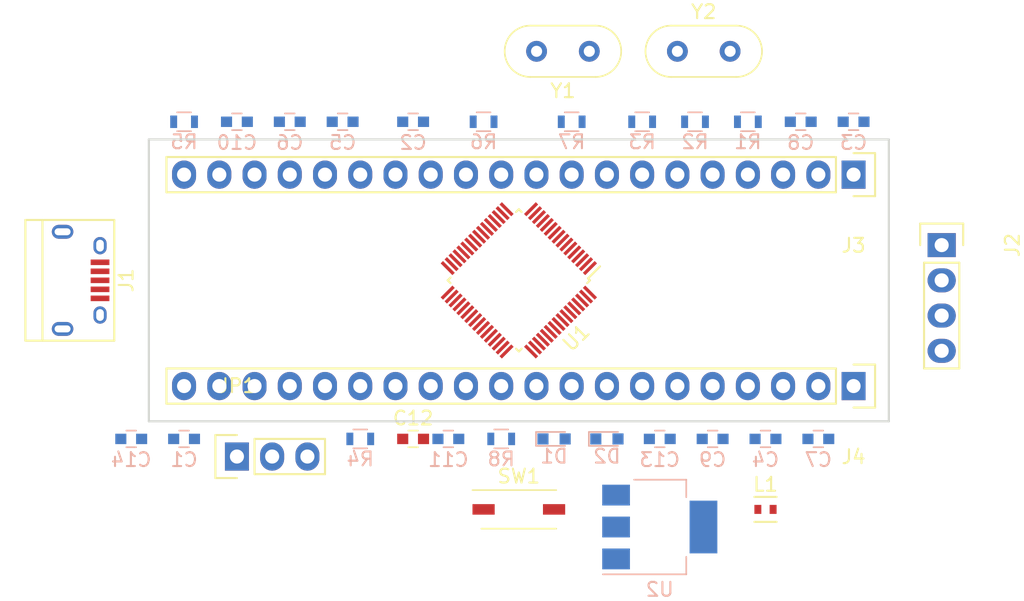
<source format=kicad_pcb>
(kicad_pcb (version 4) (host pcbnew 4.0.7)

  (general
    (links 108)
    (no_connects 108)
    (area 158.75 82.55 213.36 104.14)
    (thickness 1.6)
    (drawings 4)
    (tracks 0)
    (zones 0)
    (modules 35)
    (nets 48)
  )

  (page A4)
  (layers
    (0 F.Cu signal)
    (31 B.Cu signal)
    (32 B.Adhes user)
    (33 F.Adhes user)
    (34 B.Paste user)
    (35 F.Paste user)
    (36 B.SilkS user)
    (37 F.SilkS user)
    (38 B.Mask user)
    (39 F.Mask user)
    (40 Dwgs.User user)
    (41 Cmts.User user)
    (42 Eco1.User user)
    (43 Eco2.User user)
    (44 Edge.Cuts user)
    (45 Margin user)
    (46 B.CrtYd user)
    (47 F.CrtYd user)
    (48 B.Fab user)
    (49 F.Fab user)
  )

  (setup
    (last_trace_width 0.25)
    (trace_clearance 0.2)
    (zone_clearance 0.508)
    (zone_45_only no)
    (trace_min 0.2)
    (segment_width 0.2)
    (edge_width 0.15)
    (via_size 0.6)
    (via_drill 0.4)
    (via_min_size 0.4)
    (via_min_drill 0.3)
    (uvia_size 0.3)
    (uvia_drill 0.1)
    (uvias_allowed no)
    (uvia_min_size 0.2)
    (uvia_min_drill 0.1)
    (pcb_text_width 0.3)
    (pcb_text_size 1.5 1.5)
    (mod_edge_width 0.15)
    (mod_text_size 1 1)
    (mod_text_width 0.15)
    (pad_size 1.524 1.524)
    (pad_drill 0.762)
    (pad_to_mask_clearance 0.2)
    (aux_axis_origin 0 0)
    (visible_elements FFFFFF7F)
    (pcbplotparams
      (layerselection 0x00030_80000001)
      (usegerberextensions false)
      (excludeedgelayer true)
      (linewidth 0.050000)
      (plotframeref false)
      (viasonmask false)
      (mode 1)
      (useauxorigin false)
      (hpglpennumber 1)
      (hpglpenspeed 20)
      (hpglpendiameter 15)
      (hpglpenoverlay 2)
      (psnegative false)
      (psa4output false)
      (plotreference true)
      (plotvalue true)
      (plotinvisibletext false)
      (padsonsilk false)
      (subtractmaskfromsilk false)
      (outputformat 1)
      (mirror false)
      (drillshape 1)
      (scaleselection 1)
      (outputdirectory ""))
  )

  (net 0 "")
  (net 1 GND)
  (net 2 /NRST)
  (net 3 +5V)
  (net 4 /OSCIN)
  (net 5 /OSCOUT)
  (net 6 +3V3)
  (net 7 /PC14)
  (net 8 /PC13)
  (net 9 "Net-(D1-Pad2)")
  (net 10 "Net-(D2-Pad1)")
  (net 11 "Net-(J1-Pad2)")
  (net 12 "Net-(J1-Pad3)")
  (net 13 /VBAT)
  (net 14 /PC15)
  (net 15 /PA0)
  (net 16 /PA1)
  (net 17 /PA2)
  (net 18 /PA3)
  (net 19 /PA4)
  (net 20 /PA5)
  (net 21 /PA6)
  (net 22 /PA7)
  (net 23 /PB0)
  (net 24 /PB1)
  (net 25 /PB10)
  (net 26 /PB9)
  (net 27 /PB8)
  (net 28 /PB7)
  (net 29 /PB6)
  (net 30 /PB5)
  (net 31 /PB4)
  (net 32 /PB3)
  (net 33 /PA15)
  (net 34 /PA12)
  (net 35 /PA11)
  (net 36 /PA10)
  (net 37 /PA9)
  (net 38 /PA8)
  (net 39 /PB15)
  (net 40 /PB14)
  (net 41 /PB13)
  (net 42 /PB12)
  (net 43 "Net-(JP1-Pad1)")
  (net 44 "Net-(JP1-Pad2)")
  (net 45 GNDA)
  (net 46 /BOOT0)
  (net 47 /PB2)

  (net_class Default "This is the default net class."
    (clearance 0.2)
    (trace_width 0.25)
    (via_dia 0.6)
    (via_drill 0.4)
    (uvia_dia 0.3)
    (uvia_drill 0.1)
    (add_net +3V3)
    (add_net +5V)
    (add_net /BOOT0)
    (add_net /NRST)
    (add_net /OSCIN)
    (add_net /OSCOUT)
    (add_net /PA0)
    (add_net /PA1)
    (add_net /PA10)
    (add_net /PA11)
    (add_net /PA12)
    (add_net /PA15)
    (add_net /PA2)
    (add_net /PA3)
    (add_net /PA4)
    (add_net /PA5)
    (add_net /PA6)
    (add_net /PA7)
    (add_net /PA8)
    (add_net /PA9)
    (add_net /PB0)
    (add_net /PB1)
    (add_net /PB10)
    (add_net /PB12)
    (add_net /PB13)
    (add_net /PB14)
    (add_net /PB15)
    (add_net /PB2)
    (add_net /PB3)
    (add_net /PB4)
    (add_net /PB5)
    (add_net /PB6)
    (add_net /PB7)
    (add_net /PB8)
    (add_net /PB9)
    (add_net /PC13)
    (add_net /PC14)
    (add_net /PC15)
    (add_net /VBAT)
    (add_net GND)
    (add_net GNDA)
    (add_net "Net-(D1-Pad2)")
    (add_net "Net-(D2-Pad1)")
    (add_net "Net-(J1-Pad2)")
    (add_net "Net-(J1-Pad3)")
    (add_net "Net-(JP1-Pad1)")
    (add_net "Net-(JP1-Pad2)")
  )

  (module Capacitors_SMD:C_0603 placed (layer B.Cu) (tedit 59958EE7) (tstamp 59CF3711)
    (at 162.56 105.41)
    (descr "Capacitor SMD 0603, reflow soldering, AVX (see smccp.pdf)")
    (tags "capacitor 0603")
    (path /59CDFB3E)
    (attr smd)
    (fp_text reference C1 (at 0 1.5) (layer B.SilkS)
      (effects (font (size 1 1) (thickness 0.15)) (justify mirror))
    )
    (fp_text value 1u (at 0 -1.5) (layer B.Fab)
      (effects (font (size 1 1) (thickness 0.15)) (justify mirror))
    )
    (fp_line (start 1.4 -0.65) (end -1.4 -0.65) (layer B.CrtYd) (width 0.05))
    (fp_line (start 1.4 -0.65) (end 1.4 0.65) (layer B.CrtYd) (width 0.05))
    (fp_line (start -1.4 0.65) (end -1.4 -0.65) (layer B.CrtYd) (width 0.05))
    (fp_line (start -1.4 0.65) (end 1.4 0.65) (layer B.CrtYd) (width 0.05))
    (fp_line (start 0.35 -0.6) (end -0.35 -0.6) (layer B.SilkS) (width 0.12))
    (fp_line (start -0.35 0.6) (end 0.35 0.6) (layer B.SilkS) (width 0.12))
    (fp_line (start -0.8 0.4) (end 0.8 0.4) (layer B.Fab) (width 0.1))
    (fp_line (start 0.8 0.4) (end 0.8 -0.4) (layer B.Fab) (width 0.1))
    (fp_line (start 0.8 -0.4) (end -0.8 -0.4) (layer B.Fab) (width 0.1))
    (fp_line (start -0.8 -0.4) (end -0.8 0.4) (layer B.Fab) (width 0.1))
    (fp_text user %R (at 0 0) (layer B.Fab)
      (effects (font (size 0.3 0.3) (thickness 0.075)) (justify mirror))
    )
    (pad 2 smd rect (at 0.75 0) (size 0.8 0.75) (layers B.Cu B.Paste B.Mask)
      (net 1 GND))
    (pad 1 smd rect (at -0.75 0) (size 0.8 0.75) (layers B.Cu B.Paste B.Mask)
      (net 2 /NRST))
    (model Capacitors_SMD.3dshapes/C_0603.wrl
      (at (xyz 0 0 0))
      (scale (xyz 1 1 1))
      (rotate (xyz 0 0 0))
    )
  )

  (module Capacitors_SMD:C_0603 placed (layer B.Cu) (tedit 59958EE7) (tstamp 59CF3717)
    (at 179.07 82.55)
    (descr "Capacitor SMD 0603, reflow soldering, AVX (see smccp.pdf)")
    (tags "capacitor 0603")
    (path /59CE0DB3)
    (attr smd)
    (fp_text reference C2 (at 0 1.5) (layer B.SilkS)
      (effects (font (size 1 1) (thickness 0.15)) (justify mirror))
    )
    (fp_text value 1u (at 0 -1.5) (layer B.Fab)
      (effects (font (size 1 1) (thickness 0.15)) (justify mirror))
    )
    (fp_line (start 1.4 -0.65) (end -1.4 -0.65) (layer B.CrtYd) (width 0.05))
    (fp_line (start 1.4 -0.65) (end 1.4 0.65) (layer B.CrtYd) (width 0.05))
    (fp_line (start -1.4 0.65) (end -1.4 -0.65) (layer B.CrtYd) (width 0.05))
    (fp_line (start -1.4 0.65) (end 1.4 0.65) (layer B.CrtYd) (width 0.05))
    (fp_line (start 0.35 -0.6) (end -0.35 -0.6) (layer B.SilkS) (width 0.12))
    (fp_line (start -0.35 0.6) (end 0.35 0.6) (layer B.SilkS) (width 0.12))
    (fp_line (start -0.8 0.4) (end 0.8 0.4) (layer B.Fab) (width 0.1))
    (fp_line (start 0.8 0.4) (end 0.8 -0.4) (layer B.Fab) (width 0.1))
    (fp_line (start 0.8 -0.4) (end -0.8 -0.4) (layer B.Fab) (width 0.1))
    (fp_line (start -0.8 -0.4) (end -0.8 0.4) (layer B.Fab) (width 0.1))
    (fp_text user %R (at 0 0) (layer B.Fab)
      (effects (font (size 0.3 0.3) (thickness 0.075)) (justify mirror))
    )
    (pad 2 smd rect (at 0.75 0) (size 0.8 0.75) (layers B.Cu B.Paste B.Mask)
      (net 1 GND))
    (pad 1 smd rect (at -0.75 0) (size 0.8 0.75) (layers B.Cu B.Paste B.Mask)
      (net 3 +5V))
    (model Capacitors_SMD.3dshapes/C_0603.wrl
      (at (xyz 0 0 0))
      (scale (xyz 1 1 1))
      (rotate (xyz 0 0 0))
    )
  )

  (module Capacitors_SMD:C_0603 placed (layer B.Cu) (tedit 59958EE7) (tstamp 59CF371D)
    (at 210.82 82.55)
    (descr "Capacitor SMD 0603, reflow soldering, AVX (see smccp.pdf)")
    (tags "capacitor 0603")
    (path /59CE573A)
    (attr smd)
    (fp_text reference C3 (at 0 1.5) (layer B.SilkS)
      (effects (font (size 1 1) (thickness 0.15)) (justify mirror))
    )
    (fp_text value 20p (at 0 -1.5) (layer B.Fab)
      (effects (font (size 1 1) (thickness 0.15)) (justify mirror))
    )
    (fp_line (start 1.4 -0.65) (end -1.4 -0.65) (layer B.CrtYd) (width 0.05))
    (fp_line (start 1.4 -0.65) (end 1.4 0.65) (layer B.CrtYd) (width 0.05))
    (fp_line (start -1.4 0.65) (end -1.4 -0.65) (layer B.CrtYd) (width 0.05))
    (fp_line (start -1.4 0.65) (end 1.4 0.65) (layer B.CrtYd) (width 0.05))
    (fp_line (start 0.35 -0.6) (end -0.35 -0.6) (layer B.SilkS) (width 0.12))
    (fp_line (start -0.35 0.6) (end 0.35 0.6) (layer B.SilkS) (width 0.12))
    (fp_line (start -0.8 0.4) (end 0.8 0.4) (layer B.Fab) (width 0.1))
    (fp_line (start 0.8 0.4) (end 0.8 -0.4) (layer B.Fab) (width 0.1))
    (fp_line (start 0.8 -0.4) (end -0.8 -0.4) (layer B.Fab) (width 0.1))
    (fp_line (start -0.8 -0.4) (end -0.8 0.4) (layer B.Fab) (width 0.1))
    (fp_text user %R (at 0 0) (layer B.Fab)
      (effects (font (size 0.3 0.3) (thickness 0.075)) (justify mirror))
    )
    (pad 2 smd rect (at 0.75 0) (size 0.8 0.75) (layers B.Cu B.Paste B.Mask)
      (net 1 GND))
    (pad 1 smd rect (at -0.75 0) (size 0.8 0.75) (layers B.Cu B.Paste B.Mask)
      (net 4 /OSCIN))
    (model Capacitors_SMD.3dshapes/C_0603.wrl
      (at (xyz 0 0 0))
      (scale (xyz 1 1 1))
      (rotate (xyz 0 0 0))
    )
  )

  (module Capacitors_SMD:C_0603 placed (layer B.Cu) (tedit 59958EE7) (tstamp 59CF3723)
    (at 204.47 105.41)
    (descr "Capacitor SMD 0603, reflow soldering, AVX (see smccp.pdf)")
    (tags "capacitor 0603")
    (path /59CE57F0)
    (attr smd)
    (fp_text reference C4 (at 0 1.5) (layer B.SilkS)
      (effects (font (size 1 1) (thickness 0.15)) (justify mirror))
    )
    (fp_text value 20p (at 0 -1.5) (layer B.Fab)
      (effects (font (size 1 1) (thickness 0.15)) (justify mirror))
    )
    (fp_line (start 1.4 -0.65) (end -1.4 -0.65) (layer B.CrtYd) (width 0.05))
    (fp_line (start 1.4 -0.65) (end 1.4 0.65) (layer B.CrtYd) (width 0.05))
    (fp_line (start -1.4 0.65) (end -1.4 -0.65) (layer B.CrtYd) (width 0.05))
    (fp_line (start -1.4 0.65) (end 1.4 0.65) (layer B.CrtYd) (width 0.05))
    (fp_line (start 0.35 -0.6) (end -0.35 -0.6) (layer B.SilkS) (width 0.12))
    (fp_line (start -0.35 0.6) (end 0.35 0.6) (layer B.SilkS) (width 0.12))
    (fp_line (start -0.8 0.4) (end 0.8 0.4) (layer B.Fab) (width 0.1))
    (fp_line (start 0.8 0.4) (end 0.8 -0.4) (layer B.Fab) (width 0.1))
    (fp_line (start 0.8 -0.4) (end -0.8 -0.4) (layer B.Fab) (width 0.1))
    (fp_line (start -0.8 -0.4) (end -0.8 0.4) (layer B.Fab) (width 0.1))
    (fp_text user %R (at 0 0) (layer B.Fab)
      (effects (font (size 0.3 0.3) (thickness 0.075)) (justify mirror))
    )
    (pad 2 smd rect (at 0.75 0) (size 0.8 0.75) (layers B.Cu B.Paste B.Mask)
      (net 1 GND))
    (pad 1 smd rect (at -0.75 0) (size 0.8 0.75) (layers B.Cu B.Paste B.Mask)
      (net 5 /OSCOUT))
    (model Capacitors_SMD.3dshapes/C_0603.wrl
      (at (xyz 0 0 0))
      (scale (xyz 1 1 1))
      (rotate (xyz 0 0 0))
    )
  )

  (module Capacitors_SMD:C_0603 placed (layer B.Cu) (tedit 59958EE7) (tstamp 59CF3729)
    (at 173.99 82.55)
    (descr "Capacitor SMD 0603, reflow soldering, AVX (see smccp.pdf)")
    (tags "capacitor 0603")
    (path /59CE0E1D)
    (attr smd)
    (fp_text reference C5 (at 0 1.5) (layer B.SilkS)
      (effects (font (size 1 1) (thickness 0.15)) (justify mirror))
    )
    (fp_text value 100n (at 0 -1.5) (layer B.Fab)
      (effects (font (size 1 1) (thickness 0.15)) (justify mirror))
    )
    (fp_line (start 1.4 -0.65) (end -1.4 -0.65) (layer B.CrtYd) (width 0.05))
    (fp_line (start 1.4 -0.65) (end 1.4 0.65) (layer B.CrtYd) (width 0.05))
    (fp_line (start -1.4 0.65) (end -1.4 -0.65) (layer B.CrtYd) (width 0.05))
    (fp_line (start -1.4 0.65) (end 1.4 0.65) (layer B.CrtYd) (width 0.05))
    (fp_line (start 0.35 -0.6) (end -0.35 -0.6) (layer B.SilkS) (width 0.12))
    (fp_line (start -0.35 0.6) (end 0.35 0.6) (layer B.SilkS) (width 0.12))
    (fp_line (start -0.8 0.4) (end 0.8 0.4) (layer B.Fab) (width 0.1))
    (fp_line (start 0.8 0.4) (end 0.8 -0.4) (layer B.Fab) (width 0.1))
    (fp_line (start 0.8 -0.4) (end -0.8 -0.4) (layer B.Fab) (width 0.1))
    (fp_line (start -0.8 -0.4) (end -0.8 0.4) (layer B.Fab) (width 0.1))
    (fp_text user %R (at 0 0) (layer B.Fab)
      (effects (font (size 0.3 0.3) (thickness 0.075)) (justify mirror))
    )
    (pad 2 smd rect (at 0.75 0) (size 0.8 0.75) (layers B.Cu B.Paste B.Mask)
      (net 1 GND))
    (pad 1 smd rect (at -0.75 0) (size 0.8 0.75) (layers B.Cu B.Paste B.Mask)
      (net 3 +5V))
    (model Capacitors_SMD.3dshapes/C_0603.wrl
      (at (xyz 0 0 0))
      (scale (xyz 1 1 1))
      (rotate (xyz 0 0 0))
    )
  )

  (module Capacitors_SMD:C_0603 placed (layer B.Cu) (tedit 59958EE7) (tstamp 59CF372F)
    (at 170.18 82.55)
    (descr "Capacitor SMD 0603, reflow soldering, AVX (see smccp.pdf)")
    (tags "capacitor 0603")
    (path /59CE0E4E)
    (attr smd)
    (fp_text reference C6 (at 0 1.5) (layer B.SilkS)
      (effects (font (size 1 1) (thickness 0.15)) (justify mirror))
    )
    (fp_text value 22n (at 0 -1.5) (layer B.Fab)
      (effects (font (size 1 1) (thickness 0.15)) (justify mirror))
    )
    (fp_line (start 1.4 -0.65) (end -1.4 -0.65) (layer B.CrtYd) (width 0.05))
    (fp_line (start 1.4 -0.65) (end 1.4 0.65) (layer B.CrtYd) (width 0.05))
    (fp_line (start -1.4 0.65) (end -1.4 -0.65) (layer B.CrtYd) (width 0.05))
    (fp_line (start -1.4 0.65) (end 1.4 0.65) (layer B.CrtYd) (width 0.05))
    (fp_line (start 0.35 -0.6) (end -0.35 -0.6) (layer B.SilkS) (width 0.12))
    (fp_line (start -0.35 0.6) (end 0.35 0.6) (layer B.SilkS) (width 0.12))
    (fp_line (start -0.8 0.4) (end 0.8 0.4) (layer B.Fab) (width 0.1))
    (fp_line (start 0.8 0.4) (end 0.8 -0.4) (layer B.Fab) (width 0.1))
    (fp_line (start 0.8 -0.4) (end -0.8 -0.4) (layer B.Fab) (width 0.1))
    (fp_line (start -0.8 -0.4) (end -0.8 0.4) (layer B.Fab) (width 0.1))
    (fp_text user %R (at 0 0) (layer B.Fab)
      (effects (font (size 0.3 0.3) (thickness 0.075)) (justify mirror))
    )
    (pad 2 smd rect (at 0.75 0) (size 0.8 0.75) (layers B.Cu B.Paste B.Mask)
      (net 1 GND))
    (pad 1 smd rect (at -0.75 0) (size 0.8 0.75) (layers B.Cu B.Paste B.Mask)
      (net 3 +5V))
    (model Capacitors_SMD.3dshapes/C_0603.wrl
      (at (xyz 0 0 0))
      (scale (xyz 1 1 1))
      (rotate (xyz 0 0 0))
    )
  )

  (module Capacitors_SMD:C_0603 placed (layer B.Cu) (tedit 59958EE7) (tstamp 59CF3735)
    (at 208.28 105.41)
    (descr "Capacitor SMD 0603, reflow soldering, AVX (see smccp.pdf)")
    (tags "capacitor 0603")
    (path /59CE107E)
    (attr smd)
    (fp_text reference C7 (at 0 1.5) (layer B.SilkS)
      (effects (font (size 1 1) (thickness 0.15)) (justify mirror))
    )
    (fp_text value 10u (at 0 -1.5) (layer B.Fab)
      (effects (font (size 1 1) (thickness 0.15)) (justify mirror))
    )
    (fp_line (start 1.4 -0.65) (end -1.4 -0.65) (layer B.CrtYd) (width 0.05))
    (fp_line (start 1.4 -0.65) (end 1.4 0.65) (layer B.CrtYd) (width 0.05))
    (fp_line (start -1.4 0.65) (end -1.4 -0.65) (layer B.CrtYd) (width 0.05))
    (fp_line (start -1.4 0.65) (end 1.4 0.65) (layer B.CrtYd) (width 0.05))
    (fp_line (start 0.35 -0.6) (end -0.35 -0.6) (layer B.SilkS) (width 0.12))
    (fp_line (start -0.35 0.6) (end 0.35 0.6) (layer B.SilkS) (width 0.12))
    (fp_line (start -0.8 0.4) (end 0.8 0.4) (layer B.Fab) (width 0.1))
    (fp_line (start 0.8 0.4) (end 0.8 -0.4) (layer B.Fab) (width 0.1))
    (fp_line (start 0.8 -0.4) (end -0.8 -0.4) (layer B.Fab) (width 0.1))
    (fp_line (start -0.8 -0.4) (end -0.8 0.4) (layer B.Fab) (width 0.1))
    (fp_text user %R (at 0 0) (layer B.Fab)
      (effects (font (size 0.3 0.3) (thickness 0.075)) (justify mirror))
    )
    (pad 2 smd rect (at 0.75 0) (size 0.8 0.75) (layers B.Cu B.Paste B.Mask)
      (net 1 GND))
    (pad 1 smd rect (at -0.75 0) (size 0.8 0.75) (layers B.Cu B.Paste B.Mask)
      (net 6 +3V3))
    (model Capacitors_SMD.3dshapes/C_0603.wrl
      (at (xyz 0 0 0))
      (scale (xyz 1 1 1))
      (rotate (xyz 0 0 0))
    )
  )

  (module Capacitors_SMD:C_0603 placed (layer B.Cu) (tedit 59958EE7) (tstamp 59CF373B)
    (at 207.01 82.55)
    (descr "Capacitor SMD 0603, reflow soldering, AVX (see smccp.pdf)")
    (tags "capacitor 0603")
    (path /59CE10E3)
    (attr smd)
    (fp_text reference C8 (at 0 1.5) (layer B.SilkS)
      (effects (font (size 1 1) (thickness 0.15)) (justify mirror))
    )
    (fp_text value 100n (at 0 -1.5) (layer B.Fab)
      (effects (font (size 1 1) (thickness 0.15)) (justify mirror))
    )
    (fp_line (start 1.4 -0.65) (end -1.4 -0.65) (layer B.CrtYd) (width 0.05))
    (fp_line (start 1.4 -0.65) (end 1.4 0.65) (layer B.CrtYd) (width 0.05))
    (fp_line (start -1.4 0.65) (end -1.4 -0.65) (layer B.CrtYd) (width 0.05))
    (fp_line (start -1.4 0.65) (end 1.4 0.65) (layer B.CrtYd) (width 0.05))
    (fp_line (start 0.35 -0.6) (end -0.35 -0.6) (layer B.SilkS) (width 0.12))
    (fp_line (start -0.35 0.6) (end 0.35 0.6) (layer B.SilkS) (width 0.12))
    (fp_line (start -0.8 0.4) (end 0.8 0.4) (layer B.Fab) (width 0.1))
    (fp_line (start 0.8 0.4) (end 0.8 -0.4) (layer B.Fab) (width 0.1))
    (fp_line (start 0.8 -0.4) (end -0.8 -0.4) (layer B.Fab) (width 0.1))
    (fp_line (start -0.8 -0.4) (end -0.8 0.4) (layer B.Fab) (width 0.1))
    (fp_text user %R (at 0 0) (layer B.Fab)
      (effects (font (size 0.3 0.3) (thickness 0.075)) (justify mirror))
    )
    (pad 2 smd rect (at 0.75 0) (size 0.8 0.75) (layers B.Cu B.Paste B.Mask)
      (net 1 GND))
    (pad 1 smd rect (at -0.75 0) (size 0.8 0.75) (layers B.Cu B.Paste B.Mask)
      (net 6 +3V3))
    (model Capacitors_SMD.3dshapes/C_0603.wrl
      (at (xyz 0 0 0))
      (scale (xyz 1 1 1))
      (rotate (xyz 0 0 0))
    )
  )

  (module Capacitors_SMD:C_0603 placed (layer B.Cu) (tedit 59958EE7) (tstamp 59CF3741)
    (at 200.66 105.41)
    (descr "Capacitor SMD 0603, reflow soldering, AVX (see smccp.pdf)")
    (tags "capacitor 0603")
    (path /59CECC57)
    (attr smd)
    (fp_text reference C9 (at 0 1.5) (layer B.SilkS)
      (effects (font (size 1 1) (thickness 0.15)) (justify mirror))
    )
    (fp_text value 20p (at 0 -1.5) (layer B.Fab)
      (effects (font (size 1 1) (thickness 0.15)) (justify mirror))
    )
    (fp_line (start 1.4 -0.65) (end -1.4 -0.65) (layer B.CrtYd) (width 0.05))
    (fp_line (start 1.4 -0.65) (end 1.4 0.65) (layer B.CrtYd) (width 0.05))
    (fp_line (start -1.4 0.65) (end -1.4 -0.65) (layer B.CrtYd) (width 0.05))
    (fp_line (start -1.4 0.65) (end 1.4 0.65) (layer B.CrtYd) (width 0.05))
    (fp_line (start 0.35 -0.6) (end -0.35 -0.6) (layer B.SilkS) (width 0.12))
    (fp_line (start -0.35 0.6) (end 0.35 0.6) (layer B.SilkS) (width 0.12))
    (fp_line (start -0.8 0.4) (end 0.8 0.4) (layer B.Fab) (width 0.1))
    (fp_line (start 0.8 0.4) (end 0.8 -0.4) (layer B.Fab) (width 0.1))
    (fp_line (start 0.8 -0.4) (end -0.8 -0.4) (layer B.Fab) (width 0.1))
    (fp_line (start -0.8 -0.4) (end -0.8 0.4) (layer B.Fab) (width 0.1))
    (fp_text user %R (at 0 0) (layer B.Fab)
      (effects (font (size 0.3 0.3) (thickness 0.075)) (justify mirror))
    )
    (pad 2 smd rect (at 0.75 0) (size 0.8 0.75) (layers B.Cu B.Paste B.Mask)
      (net 1 GND))
    (pad 1 smd rect (at -0.75 0) (size 0.8 0.75) (layers B.Cu B.Paste B.Mask)
      (net 7 /PC14))
    (model Capacitors_SMD.3dshapes/C_0603.wrl
      (at (xyz 0 0 0))
      (scale (xyz 1 1 1))
      (rotate (xyz 0 0 0))
    )
  )

  (module Capacitors_SMD:C_0603 placed (layer B.Cu) (tedit 59958EE7) (tstamp 59CF3747)
    (at 166.37 82.55)
    (descr "Capacitor SMD 0603, reflow soldering, AVX (see smccp.pdf)")
    (tags "capacitor 0603")
    (path /59CECD0C)
    (attr smd)
    (fp_text reference C10 (at 0 1.5) (layer B.SilkS)
      (effects (font (size 1 1) (thickness 0.15)) (justify mirror))
    )
    (fp_text value 20p (at 0 -1.5) (layer B.Fab)
      (effects (font (size 1 1) (thickness 0.15)) (justify mirror))
    )
    (fp_line (start 1.4 -0.65) (end -1.4 -0.65) (layer B.CrtYd) (width 0.05))
    (fp_line (start 1.4 -0.65) (end 1.4 0.65) (layer B.CrtYd) (width 0.05))
    (fp_line (start -1.4 0.65) (end -1.4 -0.65) (layer B.CrtYd) (width 0.05))
    (fp_line (start -1.4 0.65) (end 1.4 0.65) (layer B.CrtYd) (width 0.05))
    (fp_line (start 0.35 -0.6) (end -0.35 -0.6) (layer B.SilkS) (width 0.12))
    (fp_line (start -0.35 0.6) (end 0.35 0.6) (layer B.SilkS) (width 0.12))
    (fp_line (start -0.8 0.4) (end 0.8 0.4) (layer B.Fab) (width 0.1))
    (fp_line (start 0.8 0.4) (end 0.8 -0.4) (layer B.Fab) (width 0.1))
    (fp_line (start 0.8 -0.4) (end -0.8 -0.4) (layer B.Fab) (width 0.1))
    (fp_line (start -0.8 -0.4) (end -0.8 0.4) (layer B.Fab) (width 0.1))
    (fp_text user %R (at 0 0) (layer B.Fab)
      (effects (font (size 0.3 0.3) (thickness 0.075)) (justify mirror))
    )
    (pad 2 smd rect (at 0.75 0) (size 0.8 0.75) (layers B.Cu B.Paste B.Mask)
      (net 1 GND))
    (pad 1 smd rect (at -0.75 0) (size 0.8 0.75) (layers B.Cu B.Paste B.Mask)
      (net 8 /PC13))
    (model Capacitors_SMD.3dshapes/C_0603.wrl
      (at (xyz 0 0 0))
      (scale (xyz 1 1 1))
      (rotate (xyz 0 0 0))
    )
  )

  (module Capacitors_SMD:C_0603 placed (layer B.Cu) (tedit 59958EE7) (tstamp 59CF374D)
    (at 181.61 105.41)
    (descr "Capacitor SMD 0603, reflow soldering, AVX (see smccp.pdf)")
    (tags "capacitor 0603")
    (path /59CE4E72)
    (attr smd)
    (fp_text reference C11 (at 0 1.5) (layer B.SilkS)
      (effects (font (size 1 1) (thickness 0.15)) (justify mirror))
    )
    (fp_text value 100n (at 0 -1.5) (layer B.Fab)
      (effects (font (size 1 1) (thickness 0.15)) (justify mirror))
    )
    (fp_line (start 1.4 -0.65) (end -1.4 -0.65) (layer B.CrtYd) (width 0.05))
    (fp_line (start 1.4 -0.65) (end 1.4 0.65) (layer B.CrtYd) (width 0.05))
    (fp_line (start -1.4 0.65) (end -1.4 -0.65) (layer B.CrtYd) (width 0.05))
    (fp_line (start -1.4 0.65) (end 1.4 0.65) (layer B.CrtYd) (width 0.05))
    (fp_line (start 0.35 -0.6) (end -0.35 -0.6) (layer B.SilkS) (width 0.12))
    (fp_line (start -0.35 0.6) (end 0.35 0.6) (layer B.SilkS) (width 0.12))
    (fp_line (start -0.8 0.4) (end 0.8 0.4) (layer B.Fab) (width 0.1))
    (fp_line (start 0.8 0.4) (end 0.8 -0.4) (layer B.Fab) (width 0.1))
    (fp_line (start 0.8 -0.4) (end -0.8 -0.4) (layer B.Fab) (width 0.1))
    (fp_line (start -0.8 -0.4) (end -0.8 0.4) (layer B.Fab) (width 0.1))
    (fp_text user %R (at 0 0) (layer B.Fab)
      (effects (font (size 0.3 0.3) (thickness 0.075)) (justify mirror))
    )
    (pad 2 smd rect (at 0.75 0) (size 0.8 0.75) (layers B.Cu B.Paste B.Mask)
      (net 1 GND))
    (pad 1 smd rect (at -0.75 0) (size 0.8 0.75) (layers B.Cu B.Paste B.Mask)
      (net 6 +3V3))
    (model Capacitors_SMD.3dshapes/C_0603.wrl
      (at (xyz 0 0 0))
      (scale (xyz 1 1 1))
      (rotate (xyz 0 0 0))
    )
  )

  (module Capacitors_SMD:C_0603 placed (layer F.Cu) (tedit 59958EE7) (tstamp 59CF3753)
    (at 179.07 105.41)
    (descr "Capacitor SMD 0603, reflow soldering, AVX (see smccp.pdf)")
    (tags "capacitor 0603")
    (path /59CE4EC4)
    (attr smd)
    (fp_text reference C12 (at 0 -1.5) (layer F.SilkS)
      (effects (font (size 1 1) (thickness 0.15)))
    )
    (fp_text value 100n (at 0 1.5) (layer F.Fab)
      (effects (font (size 1 1) (thickness 0.15)))
    )
    (fp_line (start 1.4 0.65) (end -1.4 0.65) (layer F.CrtYd) (width 0.05))
    (fp_line (start 1.4 0.65) (end 1.4 -0.65) (layer F.CrtYd) (width 0.05))
    (fp_line (start -1.4 -0.65) (end -1.4 0.65) (layer F.CrtYd) (width 0.05))
    (fp_line (start -1.4 -0.65) (end 1.4 -0.65) (layer F.CrtYd) (width 0.05))
    (fp_line (start 0.35 0.6) (end -0.35 0.6) (layer F.SilkS) (width 0.12))
    (fp_line (start -0.35 -0.6) (end 0.35 -0.6) (layer F.SilkS) (width 0.12))
    (fp_line (start -0.8 -0.4) (end 0.8 -0.4) (layer F.Fab) (width 0.1))
    (fp_line (start 0.8 -0.4) (end 0.8 0.4) (layer F.Fab) (width 0.1))
    (fp_line (start 0.8 0.4) (end -0.8 0.4) (layer F.Fab) (width 0.1))
    (fp_line (start -0.8 0.4) (end -0.8 -0.4) (layer F.Fab) (width 0.1))
    (fp_text user %R (at 0 0) (layer F.Fab)
      (effects (font (size 0.3 0.3) (thickness 0.075)))
    )
    (pad 2 smd rect (at 0.75 0) (size 0.8 0.75) (layers F.Cu F.Paste F.Mask)
      (net 1 GND))
    (pad 1 smd rect (at -0.75 0) (size 0.8 0.75) (layers F.Cu F.Paste F.Mask)
      (net 6 +3V3))
    (model Capacitors_SMD.3dshapes/C_0603.wrl
      (at (xyz 0 0 0))
      (scale (xyz 1 1 1))
      (rotate (xyz 0 0 0))
    )
  )

  (module Capacitors_SMD:C_0603 placed (layer B.Cu) (tedit 59958EE7) (tstamp 59CF3759)
    (at 196.85 105.41)
    (descr "Capacitor SMD 0603, reflow soldering, AVX (see smccp.pdf)")
    (tags "capacitor 0603")
    (path /59CE4F17)
    (attr smd)
    (fp_text reference C13 (at 0 1.5) (layer B.SilkS)
      (effects (font (size 1 1) (thickness 0.15)) (justify mirror))
    )
    (fp_text value 100n (at 0 -1.5) (layer B.Fab)
      (effects (font (size 1 1) (thickness 0.15)) (justify mirror))
    )
    (fp_line (start 1.4 -0.65) (end -1.4 -0.65) (layer B.CrtYd) (width 0.05))
    (fp_line (start 1.4 -0.65) (end 1.4 0.65) (layer B.CrtYd) (width 0.05))
    (fp_line (start -1.4 0.65) (end -1.4 -0.65) (layer B.CrtYd) (width 0.05))
    (fp_line (start -1.4 0.65) (end 1.4 0.65) (layer B.CrtYd) (width 0.05))
    (fp_line (start 0.35 -0.6) (end -0.35 -0.6) (layer B.SilkS) (width 0.12))
    (fp_line (start -0.35 0.6) (end 0.35 0.6) (layer B.SilkS) (width 0.12))
    (fp_line (start -0.8 0.4) (end 0.8 0.4) (layer B.Fab) (width 0.1))
    (fp_line (start 0.8 0.4) (end 0.8 -0.4) (layer B.Fab) (width 0.1))
    (fp_line (start 0.8 -0.4) (end -0.8 -0.4) (layer B.Fab) (width 0.1))
    (fp_line (start -0.8 -0.4) (end -0.8 0.4) (layer B.Fab) (width 0.1))
    (fp_text user %R (at 0 0) (layer B.Fab)
      (effects (font (size 0.3 0.3) (thickness 0.075)) (justify mirror))
    )
    (pad 2 smd rect (at 0.75 0) (size 0.8 0.75) (layers B.Cu B.Paste B.Mask)
      (net 1 GND))
    (pad 1 smd rect (at -0.75 0) (size 0.8 0.75) (layers B.Cu B.Paste B.Mask)
      (net 6 +3V3))
    (model Capacitors_SMD.3dshapes/C_0603.wrl
      (at (xyz 0 0 0))
      (scale (xyz 1 1 1))
      (rotate (xyz 0 0 0))
    )
  )

  (module Capacitors_SMD:C_0603 placed (layer B.Cu) (tedit 59958EE7) (tstamp 59CF375F)
    (at 158.75 105.41)
    (descr "Capacitor SMD 0603, reflow soldering, AVX (see smccp.pdf)")
    (tags "capacitor 0603")
    (path /59CE4F9B)
    (attr smd)
    (fp_text reference C14 (at 0 1.5) (layer B.SilkS)
      (effects (font (size 1 1) (thickness 0.15)) (justify mirror))
    )
    (fp_text value 100n (at 0 -1.5) (layer B.Fab)
      (effects (font (size 1 1) (thickness 0.15)) (justify mirror))
    )
    (fp_line (start 1.4 -0.65) (end -1.4 -0.65) (layer B.CrtYd) (width 0.05))
    (fp_line (start 1.4 -0.65) (end 1.4 0.65) (layer B.CrtYd) (width 0.05))
    (fp_line (start -1.4 0.65) (end -1.4 -0.65) (layer B.CrtYd) (width 0.05))
    (fp_line (start -1.4 0.65) (end 1.4 0.65) (layer B.CrtYd) (width 0.05))
    (fp_line (start 0.35 -0.6) (end -0.35 -0.6) (layer B.SilkS) (width 0.12))
    (fp_line (start -0.35 0.6) (end 0.35 0.6) (layer B.SilkS) (width 0.12))
    (fp_line (start -0.8 0.4) (end 0.8 0.4) (layer B.Fab) (width 0.1))
    (fp_line (start 0.8 0.4) (end 0.8 -0.4) (layer B.Fab) (width 0.1))
    (fp_line (start 0.8 -0.4) (end -0.8 -0.4) (layer B.Fab) (width 0.1))
    (fp_line (start -0.8 -0.4) (end -0.8 0.4) (layer B.Fab) (width 0.1))
    (fp_text user %R (at 0 0) (layer B.Fab)
      (effects (font (size 0.3 0.3) (thickness 0.075)) (justify mirror))
    )
    (pad 2 smd rect (at 0.75 0) (size 0.8 0.75) (layers B.Cu B.Paste B.Mask)
      (net 1 GND))
    (pad 1 smd rect (at -0.75 0) (size 0.8 0.75) (layers B.Cu B.Paste B.Mask)
      (net 6 +3V3))
    (model Capacitors_SMD.3dshapes/C_0603.wrl
      (at (xyz 0 0 0))
      (scale (xyz 1 1 1))
      (rotate (xyz 0 0 0))
    )
  )

  (module LEDs:LED_0603 placed (layer B.Cu) (tedit 57FE93A5) (tstamp 59CF3765)
    (at 189.23 105.41)
    (descr "LED 0603 smd package")
    (tags "LED led 0603 SMD smd SMT smt smdled SMDLED smtled SMTLED")
    (path /59CF360C)
    (attr smd)
    (fp_text reference D1 (at 0 1.25) (layer B.SilkS)
      (effects (font (size 1 1) (thickness 0.15)) (justify mirror))
    )
    (fp_text value LED (at 0 -1.35) (layer B.Fab)
      (effects (font (size 1 1) (thickness 0.15)) (justify mirror))
    )
    (fp_line (start -1.3 0.5) (end -1.3 -0.5) (layer B.SilkS) (width 0.12))
    (fp_line (start -0.2 0.2) (end -0.2 -0.2) (layer B.Fab) (width 0.1))
    (fp_line (start -0.15 0) (end 0.15 0.2) (layer B.Fab) (width 0.1))
    (fp_line (start 0.15 -0.2) (end -0.15 0) (layer B.Fab) (width 0.1))
    (fp_line (start 0.15 0.2) (end 0.15 -0.2) (layer B.Fab) (width 0.1))
    (fp_line (start 0.8 -0.4) (end -0.8 -0.4) (layer B.Fab) (width 0.1))
    (fp_line (start 0.8 0.4) (end 0.8 -0.4) (layer B.Fab) (width 0.1))
    (fp_line (start -0.8 0.4) (end 0.8 0.4) (layer B.Fab) (width 0.1))
    (fp_line (start -0.8 -0.4) (end -0.8 0.4) (layer B.Fab) (width 0.1))
    (fp_line (start -1.3 -0.5) (end 0.8 -0.5) (layer B.SilkS) (width 0.12))
    (fp_line (start -1.3 0.5) (end 0.8 0.5) (layer B.SilkS) (width 0.12))
    (fp_line (start 1.45 0.65) (end 1.45 -0.65) (layer B.CrtYd) (width 0.05))
    (fp_line (start 1.45 -0.65) (end -1.45 -0.65) (layer B.CrtYd) (width 0.05))
    (fp_line (start -1.45 -0.65) (end -1.45 0.65) (layer B.CrtYd) (width 0.05))
    (fp_line (start -1.45 0.65) (end 1.45 0.65) (layer B.CrtYd) (width 0.05))
    (pad 2 smd rect (at 0.8 0 180) (size 0.8 0.8) (layers B.Cu B.Paste B.Mask)
      (net 9 "Net-(D1-Pad2)"))
    (pad 1 smd rect (at -0.8 0 180) (size 0.8 0.8) (layers B.Cu B.Paste B.Mask)
      (net 1 GND))
    (model ${KISYS3DMOD}/LEDs.3dshapes/LED_0603.wrl
      (at (xyz 0 0 0))
      (scale (xyz 1 1 1))
      (rotate (xyz 0 0 180))
    )
  )

  (module LEDs:LED_0603 placed (layer B.Cu) (tedit 57FE93A5) (tstamp 59CF376B)
    (at 193.04 105.41)
    (descr "LED 0603 smd package")
    (tags "LED led 0603 SMD smd SMT smt smdled SMDLED smtled SMTLED")
    (path /59CE44AC)
    (attr smd)
    (fp_text reference D2 (at 0 1.25) (layer B.SilkS)
      (effects (font (size 1 1) (thickness 0.15)) (justify mirror))
    )
    (fp_text value LED (at 0 -1.35) (layer B.Fab)
      (effects (font (size 1 1) (thickness 0.15)) (justify mirror))
    )
    (fp_line (start -1.3 0.5) (end -1.3 -0.5) (layer B.SilkS) (width 0.12))
    (fp_line (start -0.2 0.2) (end -0.2 -0.2) (layer B.Fab) (width 0.1))
    (fp_line (start -0.15 0) (end 0.15 0.2) (layer B.Fab) (width 0.1))
    (fp_line (start 0.15 -0.2) (end -0.15 0) (layer B.Fab) (width 0.1))
    (fp_line (start 0.15 0.2) (end 0.15 -0.2) (layer B.Fab) (width 0.1))
    (fp_line (start 0.8 -0.4) (end -0.8 -0.4) (layer B.Fab) (width 0.1))
    (fp_line (start 0.8 0.4) (end 0.8 -0.4) (layer B.Fab) (width 0.1))
    (fp_line (start -0.8 0.4) (end 0.8 0.4) (layer B.Fab) (width 0.1))
    (fp_line (start -0.8 -0.4) (end -0.8 0.4) (layer B.Fab) (width 0.1))
    (fp_line (start -1.3 -0.5) (end 0.8 -0.5) (layer B.SilkS) (width 0.12))
    (fp_line (start -1.3 0.5) (end 0.8 0.5) (layer B.SilkS) (width 0.12))
    (fp_line (start 1.45 0.65) (end 1.45 -0.65) (layer B.CrtYd) (width 0.05))
    (fp_line (start 1.45 -0.65) (end -1.45 -0.65) (layer B.CrtYd) (width 0.05))
    (fp_line (start -1.45 -0.65) (end -1.45 0.65) (layer B.CrtYd) (width 0.05))
    (fp_line (start -1.45 0.65) (end 1.45 0.65) (layer B.CrtYd) (width 0.05))
    (pad 2 smd rect (at 0.8 0 180) (size 0.8 0.8) (layers B.Cu B.Paste B.Mask)
      (net 6 +3V3))
    (pad 1 smd rect (at -0.8 0 180) (size 0.8 0.8) (layers B.Cu B.Paste B.Mask)
      (net 10 "Net-(D2-Pad1)"))
    (model ${KISYS3DMOD}/LEDs.3dshapes/LED_0603.wrl
      (at (xyz 0 0 0))
      (scale (xyz 1 1 1))
      (rotate (xyz 0 0 180))
    )
  )

  (module Connect:USB_Micro-B placed (layer F.Cu) (tedit 5543E447) (tstamp 59CF3778)
    (at 154.94 93.98 270)
    (descr "Micro USB Type B Receptacle")
    (tags "USB USB_B USB_micro USB_OTG")
    (path /59CE159C)
    (attr smd)
    (fp_text reference J1 (at 0 -3.45 270) (layer F.SilkS)
      (effects (font (size 1 1) (thickness 0.15)))
    )
    (fp_text value USB_A (at 0 4.8 270) (layer F.Fab)
      (effects (font (size 1 1) (thickness 0.15)))
    )
    (fp_line (start -4.6 -2.8) (end 4.6 -2.8) (layer F.CrtYd) (width 0.05))
    (fp_line (start 4.6 -2.8) (end 4.6 4.05) (layer F.CrtYd) (width 0.05))
    (fp_line (start 4.6 4.05) (end -4.6 4.05) (layer F.CrtYd) (width 0.05))
    (fp_line (start -4.6 4.05) (end -4.6 -2.8) (layer F.CrtYd) (width 0.05))
    (fp_line (start -4.3509 3.81746) (end 4.3491 3.81746) (layer F.SilkS) (width 0.15))
    (fp_line (start -4.3509 -2.58754) (end 4.3491 -2.58754) (layer F.SilkS) (width 0.15))
    (fp_line (start 4.3491 -2.58754) (end 4.3491 3.81746) (layer F.SilkS) (width 0.15))
    (fp_line (start 4.3491 2.58746) (end -4.3509 2.58746) (layer F.SilkS) (width 0.15))
    (fp_line (start -4.3509 3.81746) (end -4.3509 -2.58754) (layer F.SilkS) (width 0.15))
    (pad 1 smd rect (at -1.3009 -1.56254) (size 1.35 0.4) (layers F.Cu F.Paste F.Mask)
      (net 3 +5V))
    (pad 2 smd rect (at -0.6509 -1.56254) (size 1.35 0.4) (layers F.Cu F.Paste F.Mask)
      (net 11 "Net-(J1-Pad2)"))
    (pad 3 smd rect (at -0.0009 -1.56254) (size 1.35 0.4) (layers F.Cu F.Paste F.Mask)
      (net 12 "Net-(J1-Pad3)"))
    (pad 4 smd rect (at 0.6491 -1.56254) (size 1.35 0.4) (layers F.Cu F.Paste F.Mask)
      (net 1 GND))
    (pad 5 smd rect (at 1.2991 -1.56254) (size 1.35 0.4) (layers F.Cu F.Paste F.Mask)
      (net 1 GND))
    (pad 6 thru_hole oval (at -2.5009 -1.56254) (size 0.95 1.25) (drill oval 0.55 0.85) (layers *.Cu *.Mask))
    (pad 6 thru_hole oval (at 2.4991 -1.56254) (size 0.95 1.25) (drill oval 0.55 0.85) (layers *.Cu *.Mask))
    (pad 6 thru_hole oval (at -3.5009 1.13746) (size 1.55 1) (drill oval 1.15 0.5) (layers *.Cu *.Mask))
    (pad 6 thru_hole oval (at 3.4991 1.13746) (size 1.55 1) (drill oval 1.15 0.5) (layers *.Cu *.Mask))
  )

  (module Socket_Strips:Socket_Strip_Straight_1x04 placed (layer F.Cu) (tedit 0) (tstamp 59CF3780)
    (at 217.17 91.44 270)
    (descr "Through hole socket strip")
    (tags "socket strip")
    (path /59CE3899)
    (fp_text reference J2 (at 0 -5.1 270) (layer F.SilkS)
      (effects (font (size 1 1) (thickness 0.15)))
    )
    (fp_text value Conn_01x04 (at 0 -3.1 270) (layer F.Fab)
      (effects (font (size 1 1) (thickness 0.15)))
    )
    (fp_line (start -1.75 -1.75) (end -1.75 1.75) (layer F.CrtYd) (width 0.05))
    (fp_line (start 9.4 -1.75) (end 9.4 1.75) (layer F.CrtYd) (width 0.05))
    (fp_line (start -1.75 -1.75) (end 9.4 -1.75) (layer F.CrtYd) (width 0.05))
    (fp_line (start -1.75 1.75) (end 9.4 1.75) (layer F.CrtYd) (width 0.05))
    (fp_line (start 1.27 -1.27) (end 8.89 -1.27) (layer F.SilkS) (width 0.15))
    (fp_line (start 1.27 1.27) (end 8.89 1.27) (layer F.SilkS) (width 0.15))
    (fp_line (start -1.55 1.55) (end 0 1.55) (layer F.SilkS) (width 0.15))
    (fp_line (start 8.89 -1.27) (end 8.89 1.27) (layer F.SilkS) (width 0.15))
    (fp_line (start 1.27 1.27) (end 1.27 -1.27) (layer F.SilkS) (width 0.15))
    (fp_line (start 0 -1.55) (end -1.55 -1.55) (layer F.SilkS) (width 0.15))
    (fp_line (start -1.55 -1.55) (end -1.55 1.55) (layer F.SilkS) (width 0.15))
    (pad 1 thru_hole rect (at 0 0 270) (size 1.7272 2.032) (drill 1.016) (layers *.Cu *.Mask)
      (net 6 +3V3))
    (pad 2 thru_hole oval (at 2.54 0 270) (size 1.7272 2.032) (drill 1.016) (layers *.Cu *.Mask))
    (pad 3 thru_hole oval (at 5.08 0 270) (size 1.7272 2.032) (drill 1.016) (layers *.Cu *.Mask))
    (pad 4 thru_hole oval (at 7.62 0 270) (size 1.7272 2.032) (drill 1.016) (layers *.Cu *.Mask)
      (net 1 GND))
    (model Socket_Strips.3dshapes/Socket_Strip_Straight_1x04.wrl
      (at (xyz 0.15 0 0))
      (scale (xyz 1 1 1))
      (rotate (xyz 0 0 180))
    )
  )

  (module Socket_Strips:Socket_Strip_Straight_1x20 locked (layer F.Cu) (tedit 0) (tstamp 59CF3798)
    (at 210.82 86.36 180)
    (descr "Through hole socket strip")
    (tags "socket strip")
    (path /59CF45F5)
    (fp_text reference J3 (at 0 -5.1 180) (layer F.SilkS)
      (effects (font (size 1 1) (thickness 0.15)))
    )
    (fp_text value Conn_01x20 (at 0 -3.1 180) (layer F.Fab)
      (effects (font (size 1 1) (thickness 0.15)))
    )
    (fp_line (start -1.75 -1.75) (end -1.75 1.75) (layer F.CrtYd) (width 0.05))
    (fp_line (start 50.05 -1.75) (end 50.05 1.75) (layer F.CrtYd) (width 0.05))
    (fp_line (start -1.75 -1.75) (end 50.05 -1.75) (layer F.CrtYd) (width 0.05))
    (fp_line (start -1.75 1.75) (end 50.05 1.75) (layer F.CrtYd) (width 0.05))
    (fp_line (start 1.27 1.27) (end 49.53 1.27) (layer F.SilkS) (width 0.15))
    (fp_line (start 49.53 1.27) (end 49.53 -1.27) (layer F.SilkS) (width 0.15))
    (fp_line (start 49.53 -1.27) (end 1.27 -1.27) (layer F.SilkS) (width 0.15))
    (fp_line (start -1.55 1.55) (end 0 1.55) (layer F.SilkS) (width 0.15))
    (fp_line (start 1.27 1.27) (end 1.27 -1.27) (layer F.SilkS) (width 0.15))
    (fp_line (start 0 -1.55) (end -1.55 -1.55) (layer F.SilkS) (width 0.15))
    (fp_line (start -1.55 -1.55) (end -1.55 1.55) (layer F.SilkS) (width 0.15))
    (pad 1 thru_hole rect (at 0 0 180) (size 1.7272 2.032) (drill 1.016) (layers *.Cu *.Mask)
      (net 13 /VBAT))
    (pad 2 thru_hole oval (at 2.54 0 180) (size 1.7272 2.032) (drill 1.016) (layers *.Cu *.Mask)
      (net 8 /PC13))
    (pad 3 thru_hole oval (at 5.08 0 180) (size 1.7272 2.032) (drill 1.016) (layers *.Cu *.Mask)
      (net 7 /PC14))
    (pad 4 thru_hole oval (at 7.62 0 180) (size 1.7272 2.032) (drill 1.016) (layers *.Cu *.Mask)
      (net 14 /PC15))
    (pad 5 thru_hole oval (at 10.16 0 180) (size 1.7272 2.032) (drill 1.016) (layers *.Cu *.Mask)
      (net 15 /PA0))
    (pad 6 thru_hole oval (at 12.7 0 180) (size 1.7272 2.032) (drill 1.016) (layers *.Cu *.Mask)
      (net 16 /PA1))
    (pad 7 thru_hole oval (at 15.24 0 180) (size 1.7272 2.032) (drill 1.016) (layers *.Cu *.Mask)
      (net 17 /PA2))
    (pad 8 thru_hole oval (at 17.78 0 180) (size 1.7272 2.032) (drill 1.016) (layers *.Cu *.Mask)
      (net 18 /PA3))
    (pad 9 thru_hole oval (at 20.32 0 180) (size 1.7272 2.032) (drill 1.016) (layers *.Cu *.Mask)
      (net 19 /PA4))
    (pad 10 thru_hole oval (at 22.86 0 180) (size 1.7272 2.032) (drill 1.016) (layers *.Cu *.Mask)
      (net 20 /PA5))
    (pad 11 thru_hole oval (at 25.4 0 180) (size 1.7272 2.032) (drill 1.016) (layers *.Cu *.Mask)
      (net 21 /PA6))
    (pad 12 thru_hole oval (at 27.94 0 180) (size 1.7272 2.032) (drill 1.016) (layers *.Cu *.Mask)
      (net 22 /PA7))
    (pad 13 thru_hole oval (at 30.48 0 180) (size 1.7272 2.032) (drill 1.016) (layers *.Cu *.Mask)
      (net 23 /PB0))
    (pad 14 thru_hole oval (at 33.02 0 180) (size 1.7272 2.032) (drill 1.016) (layers *.Cu *.Mask)
      (net 24 /PB1))
    (pad 15 thru_hole oval (at 35.56 0 180) (size 1.7272 2.032) (drill 1.016) (layers *.Cu *.Mask)
      (net 25 /PB10))
    (pad 16 thru_hole oval (at 38.1 0 180) (size 1.7272 2.032) (drill 1.016) (layers *.Cu *.Mask))
    (pad 17 thru_hole oval (at 40.64 0 180) (size 1.7272 2.032) (drill 1.016) (layers *.Cu *.Mask)
      (net 2 /NRST))
    (pad 18 thru_hole oval (at 43.18 0 180) (size 1.7272 2.032) (drill 1.016) (layers *.Cu *.Mask)
      (net 6 +3V3))
    (pad 19 thru_hole oval (at 45.72 0 180) (size 1.7272 2.032) (drill 1.016) (layers *.Cu *.Mask)
      (net 1 GND))
    (pad 20 thru_hole oval (at 48.26 0 180) (size 1.7272 2.032) (drill 1.016) (layers *.Cu *.Mask)
      (net 1 GND))
    (model Socket_Strips.3dshapes/Socket_Strip_Straight_1x20.wrl
      (at (xyz 0.95 0 0))
      (scale (xyz 1 1 1))
      (rotate (xyz 0 0 180))
    )
  )

  (module Socket_Strips:Socket_Strip_Straight_1x20 locked (layer F.Cu) (tedit 0) (tstamp 59CF37B0)
    (at 210.82 101.6 180)
    (descr "Through hole socket strip")
    (tags "socket strip")
    (path /59CF4964)
    (fp_text reference J4 (at 0 -5.1 180) (layer F.SilkS)
      (effects (font (size 1 1) (thickness 0.15)))
    )
    (fp_text value Conn_01x20 (at 0 -3.1 180) (layer F.Fab)
      (effects (font (size 1 1) (thickness 0.15)))
    )
    (fp_line (start -1.75 -1.75) (end -1.75 1.75) (layer F.CrtYd) (width 0.05))
    (fp_line (start 50.05 -1.75) (end 50.05 1.75) (layer F.CrtYd) (width 0.05))
    (fp_line (start -1.75 -1.75) (end 50.05 -1.75) (layer F.CrtYd) (width 0.05))
    (fp_line (start -1.75 1.75) (end 50.05 1.75) (layer F.CrtYd) (width 0.05))
    (fp_line (start 1.27 1.27) (end 49.53 1.27) (layer F.SilkS) (width 0.15))
    (fp_line (start 49.53 1.27) (end 49.53 -1.27) (layer F.SilkS) (width 0.15))
    (fp_line (start 49.53 -1.27) (end 1.27 -1.27) (layer F.SilkS) (width 0.15))
    (fp_line (start -1.55 1.55) (end 0 1.55) (layer F.SilkS) (width 0.15))
    (fp_line (start 1.27 1.27) (end 1.27 -1.27) (layer F.SilkS) (width 0.15))
    (fp_line (start 0 -1.55) (end -1.55 -1.55) (layer F.SilkS) (width 0.15))
    (fp_line (start -1.55 -1.55) (end -1.55 1.55) (layer F.SilkS) (width 0.15))
    (pad 1 thru_hole rect (at 0 0 180) (size 1.7272 2.032) (drill 1.016) (layers *.Cu *.Mask)
      (net 6 +3V3))
    (pad 2 thru_hole oval (at 2.54 0 180) (size 1.7272 2.032) (drill 1.016) (layers *.Cu *.Mask)
      (net 1 GND))
    (pad 3 thru_hole oval (at 5.08 0 180) (size 1.7272 2.032) (drill 1.016) (layers *.Cu *.Mask)
      (net 3 +5V))
    (pad 4 thru_hole oval (at 7.62 0 180) (size 1.7272 2.032) (drill 1.016) (layers *.Cu *.Mask)
      (net 26 /PB9))
    (pad 5 thru_hole oval (at 10.16 0 180) (size 1.7272 2.032) (drill 1.016) (layers *.Cu *.Mask)
      (net 27 /PB8))
    (pad 6 thru_hole oval (at 12.7 0 180) (size 1.7272 2.032) (drill 1.016) (layers *.Cu *.Mask)
      (net 28 /PB7))
    (pad 7 thru_hole oval (at 15.24 0 180) (size 1.7272 2.032) (drill 1.016) (layers *.Cu *.Mask)
      (net 29 /PB6))
    (pad 8 thru_hole oval (at 17.78 0 180) (size 1.7272 2.032) (drill 1.016) (layers *.Cu *.Mask)
      (net 30 /PB5))
    (pad 9 thru_hole oval (at 20.32 0 180) (size 1.7272 2.032) (drill 1.016) (layers *.Cu *.Mask)
      (net 31 /PB4))
    (pad 10 thru_hole oval (at 22.86 0 180) (size 1.7272 2.032) (drill 1.016) (layers *.Cu *.Mask)
      (net 32 /PB3))
    (pad 11 thru_hole oval (at 25.4 0 180) (size 1.7272 2.032) (drill 1.016) (layers *.Cu *.Mask)
      (net 33 /PA15))
    (pad 12 thru_hole oval (at 27.94 0 180) (size 1.7272 2.032) (drill 1.016) (layers *.Cu *.Mask)
      (net 34 /PA12))
    (pad 13 thru_hole oval (at 30.48 0 180) (size 1.7272 2.032) (drill 1.016) (layers *.Cu *.Mask)
      (net 35 /PA11))
    (pad 14 thru_hole oval (at 33.02 0 180) (size 1.7272 2.032) (drill 1.016) (layers *.Cu *.Mask)
      (net 36 /PA10))
    (pad 15 thru_hole oval (at 35.56 0 180) (size 1.7272 2.032) (drill 1.016) (layers *.Cu *.Mask)
      (net 37 /PA9))
    (pad 16 thru_hole oval (at 38.1 0 180) (size 1.7272 2.032) (drill 1.016) (layers *.Cu *.Mask)
      (net 38 /PA8))
    (pad 17 thru_hole oval (at 40.64 0 180) (size 1.7272 2.032) (drill 1.016) (layers *.Cu *.Mask)
      (net 39 /PB15))
    (pad 18 thru_hole oval (at 43.18 0 180) (size 1.7272 2.032) (drill 1.016) (layers *.Cu *.Mask)
      (net 40 /PB14))
    (pad 19 thru_hole oval (at 45.72 0 180) (size 1.7272 2.032) (drill 1.016) (layers *.Cu *.Mask)
      (net 41 /PB13))
    (pad 20 thru_hole oval (at 48.26 0 180) (size 1.7272 2.032) (drill 1.016) (layers *.Cu *.Mask)
      (net 42 /PB12))
    (model Socket_Strips.3dshapes/Socket_Strip_Straight_1x20.wrl
      (at (xyz 0.95 0 0))
      (scale (xyz 1 1 1))
      (rotate (xyz 0 0 180))
    )
  )

  (module Socket_Strips:Socket_Strip_Straight_1x03 placed (layer F.Cu) (tedit 54E9F429) (tstamp 59CF37B7)
    (at 166.37 106.68)
    (descr "Through hole socket strip")
    (tags "socket strip")
    (path /59CDFD7D)
    (fp_text reference JP1 (at 0 -5.1) (layer F.SilkS)
      (effects (font (size 1 1) (thickness 0.15)))
    )
    (fp_text value Jumper_NC_Dual (at 0 -3.1) (layer F.Fab)
      (effects (font (size 1 1) (thickness 0.15)))
    )
    (fp_line (start 0 -1.55) (end -1.55 -1.55) (layer F.SilkS) (width 0.15))
    (fp_line (start -1.55 -1.55) (end -1.55 1.55) (layer F.SilkS) (width 0.15))
    (fp_line (start -1.55 1.55) (end 0 1.55) (layer F.SilkS) (width 0.15))
    (fp_line (start -1.75 -1.75) (end -1.75 1.75) (layer F.CrtYd) (width 0.05))
    (fp_line (start 6.85 -1.75) (end 6.85 1.75) (layer F.CrtYd) (width 0.05))
    (fp_line (start -1.75 -1.75) (end 6.85 -1.75) (layer F.CrtYd) (width 0.05))
    (fp_line (start -1.75 1.75) (end 6.85 1.75) (layer F.CrtYd) (width 0.05))
    (fp_line (start 1.27 -1.27) (end 6.35 -1.27) (layer F.SilkS) (width 0.15))
    (fp_line (start 6.35 -1.27) (end 6.35 1.27) (layer F.SilkS) (width 0.15))
    (fp_line (start 6.35 1.27) (end 1.27 1.27) (layer F.SilkS) (width 0.15))
    (fp_line (start 1.27 1.27) (end 1.27 -1.27) (layer F.SilkS) (width 0.15))
    (pad 1 thru_hole rect (at 0 0) (size 1.7272 2.032) (drill 1.016) (layers *.Cu *.Mask)
      (net 43 "Net-(JP1-Pad1)"))
    (pad 2 thru_hole oval (at 2.54 0) (size 1.7272 2.032) (drill 1.016) (layers *.Cu *.Mask)
      (net 44 "Net-(JP1-Pad2)"))
    (pad 3 thru_hole oval (at 5.08 0) (size 1.7272 2.032) (drill 1.016) (layers *.Cu *.Mask)
      (net 1 GND))
    (model Socket_Strips.3dshapes/Socket_Strip_Straight_1x03.wrl
      (at (xyz 0.1 0 0))
      (scale (xyz 1 1 1))
      (rotate (xyz 0 0 180))
    )
  )

  (module Inductors:Inductor_Taiyo-Yuden_MD-1616 placed (layer F.Cu) (tedit 57461BF5) (tstamp 59CF37BD)
    (at 204.47 110.49)
    (descr "Inductor, Taiyo Yuden, MD series, Taiyo-Yuden_MD-1616, 1.6mmx1.6mm")
    (tags "inductor taiyo-yuden md smd")
    (path /59CE70CD)
    (attr smd)
    (fp_text reference L1 (at 0 -1.8) (layer F.SilkS)
      (effects (font (size 1 1) (thickness 0.15)))
    )
    (fp_text value L_Core_Ferrite (at 0 2.3) (layer F.Fab)
      (effects (font (size 1 1) (thickness 0.15)))
    )
    (fp_line (start -0.8 -0.8) (end -0.8 0.8) (layer F.Fab) (width 0.15))
    (fp_line (start -0.8 0.8) (end 0.8 0.8) (layer F.Fab) (width 0.15))
    (fp_line (start 0.8 0.8) (end 0.8 -0.8) (layer F.Fab) (width 0.15))
    (fp_line (start 0.8 -0.8) (end -0.8 -0.8) (layer F.Fab) (width 0.15))
    (fp_line (start -0.8 -0.9) (end 0.8 -0.9) (layer F.SilkS) (width 0.15))
    (fp_line (start -0.8 0.9) (end 0.8 0.9) (layer F.SilkS) (width 0.15))
    (fp_line (start -1.1 -1.1) (end -1.1 1.1) (layer F.CrtYd) (width 0.05))
    (fp_line (start -1.1 1.1) (end 1.1 1.1) (layer F.CrtYd) (width 0.05))
    (fp_line (start 1.1 1.1) (end 1.1 -1.1) (layer F.CrtYd) (width 0.05))
    (fp_line (start 1.1 -1.1) (end -1.1 -1.1) (layer F.CrtYd) (width 0.05))
    (pad 1 smd rect (at -0.55 0) (size 0.5 0.65) (layers F.Cu F.Paste F.Mask)
      (net 1 GND))
    (pad 2 smd rect (at 0.55 0) (size 0.5 0.65) (layers F.Cu F.Paste F.Mask)
      (net 45 GNDA))
    (model Inductors.3dshapes/Inductor_Taiyo-Yuden_MD-1616.wrl
      (at (xyz 0 0 0))
      (scale (xyz 1 1 1))
      (rotate (xyz 0 0 0))
    )
  )

  (module Resistors_SMD:R_0603 placed (layer B.Cu) (tedit 58E0A804) (tstamp 59CF37C3)
    (at 203.2 82.55)
    (descr "Resistor SMD 0603, reflow soldering, Vishay (see dcrcw.pdf)")
    (tags "resistor 0603")
    (path /59CDFC1D)
    (attr smd)
    (fp_text reference R1 (at 0 1.45) (layer B.SilkS)
      (effects (font (size 1 1) (thickness 0.15)) (justify mirror))
    )
    (fp_text value 10k (at 0 -1.5) (layer B.Fab)
      (effects (font (size 1 1) (thickness 0.15)) (justify mirror))
    )
    (fp_text user %R (at 0 0) (layer B.Fab)
      (effects (font (size 0.4 0.4) (thickness 0.075)) (justify mirror))
    )
    (fp_line (start -0.8 -0.4) (end -0.8 0.4) (layer B.Fab) (width 0.1))
    (fp_line (start 0.8 -0.4) (end -0.8 -0.4) (layer B.Fab) (width 0.1))
    (fp_line (start 0.8 0.4) (end 0.8 -0.4) (layer B.Fab) (width 0.1))
    (fp_line (start -0.8 0.4) (end 0.8 0.4) (layer B.Fab) (width 0.1))
    (fp_line (start 0.5 -0.68) (end -0.5 -0.68) (layer B.SilkS) (width 0.12))
    (fp_line (start -0.5 0.68) (end 0.5 0.68) (layer B.SilkS) (width 0.12))
    (fp_line (start -1.25 0.7) (end 1.25 0.7) (layer B.CrtYd) (width 0.05))
    (fp_line (start -1.25 0.7) (end -1.25 -0.7) (layer B.CrtYd) (width 0.05))
    (fp_line (start 1.25 -0.7) (end 1.25 0.7) (layer B.CrtYd) (width 0.05))
    (fp_line (start 1.25 -0.7) (end -1.25 -0.7) (layer B.CrtYd) (width 0.05))
    (pad 1 smd rect (at -0.75 0) (size 0.5 0.9) (layers B.Cu B.Paste B.Mask)
      (net 43 "Net-(JP1-Pad1)"))
    (pad 2 smd rect (at 0.75 0) (size 0.5 0.9) (layers B.Cu B.Paste B.Mask)
      (net 2 /NRST))
    (model ${KISYS3DMOD}/Resistors_SMD.3dshapes/R_0603.wrl
      (at (xyz 0 0 0))
      (scale (xyz 1 1 1))
      (rotate (xyz 0 0 0))
    )
  )

  (module Resistors_SMD:R_0603 placed (layer B.Cu) (tedit 58E0A804) (tstamp 59CF37C9)
    (at 199.39 82.55)
    (descr "Resistor SMD 0603, reflow soldering, Vishay (see dcrcw.pdf)")
    (tags "resistor 0603")
    (path /59CDFF21)
    (attr smd)
    (fp_text reference R2 (at 0 1.45) (layer B.SilkS)
      (effects (font (size 1 1) (thickness 0.15)) (justify mirror))
    )
    (fp_text value 10k (at 0 -1.5) (layer B.Fab)
      (effects (font (size 1 1) (thickness 0.15)) (justify mirror))
    )
    (fp_text user %R (at 0 0) (layer B.Fab)
      (effects (font (size 0.4 0.4) (thickness 0.075)) (justify mirror))
    )
    (fp_line (start -0.8 -0.4) (end -0.8 0.4) (layer B.Fab) (width 0.1))
    (fp_line (start 0.8 -0.4) (end -0.8 -0.4) (layer B.Fab) (width 0.1))
    (fp_line (start 0.8 0.4) (end 0.8 -0.4) (layer B.Fab) (width 0.1))
    (fp_line (start -0.8 0.4) (end 0.8 0.4) (layer B.Fab) (width 0.1))
    (fp_line (start 0.5 -0.68) (end -0.5 -0.68) (layer B.SilkS) (width 0.12))
    (fp_line (start -0.5 0.68) (end 0.5 0.68) (layer B.SilkS) (width 0.12))
    (fp_line (start -1.25 0.7) (end 1.25 0.7) (layer B.CrtYd) (width 0.05))
    (fp_line (start -1.25 0.7) (end -1.25 -0.7) (layer B.CrtYd) (width 0.05))
    (fp_line (start 1.25 -0.7) (end 1.25 0.7) (layer B.CrtYd) (width 0.05))
    (fp_line (start 1.25 -0.7) (end -1.25 -0.7) (layer B.CrtYd) (width 0.05))
    (pad 1 smd rect (at -0.75 0) (size 0.5 0.9) (layers B.Cu B.Paste B.Mask)
      (net 46 /BOOT0))
    (pad 2 smd rect (at 0.75 0) (size 0.5 0.9) (layers B.Cu B.Paste B.Mask)
      (net 44 "Net-(JP1-Pad2)"))
    (model ${KISYS3DMOD}/Resistors_SMD.3dshapes/R_0603.wrl
      (at (xyz 0 0 0))
      (scale (xyz 1 1 1))
      (rotate (xyz 0 0 0))
    )
  )

  (module Resistors_SMD:R_0603 placed (layer B.Cu) (tedit 58E0A804) (tstamp 59CF37CF)
    (at 195.58 82.55)
    (descr "Resistor SMD 0603, reflow soldering, Vishay (see dcrcw.pdf)")
    (tags "resistor 0603")
    (path /59CE2047)
    (attr smd)
    (fp_text reference R3 (at 0 1.45) (layer B.SilkS)
      (effects (font (size 1 1) (thickness 0.15)) (justify mirror))
    )
    (fp_text value 22R (at 0 -1.5) (layer B.Fab)
      (effects (font (size 1 1) (thickness 0.15)) (justify mirror))
    )
    (fp_text user %R (at 0 0) (layer B.Fab)
      (effects (font (size 0.4 0.4) (thickness 0.075)) (justify mirror))
    )
    (fp_line (start -0.8 -0.4) (end -0.8 0.4) (layer B.Fab) (width 0.1))
    (fp_line (start 0.8 -0.4) (end -0.8 -0.4) (layer B.Fab) (width 0.1))
    (fp_line (start 0.8 0.4) (end 0.8 -0.4) (layer B.Fab) (width 0.1))
    (fp_line (start -0.8 0.4) (end 0.8 0.4) (layer B.Fab) (width 0.1))
    (fp_line (start 0.5 -0.68) (end -0.5 -0.68) (layer B.SilkS) (width 0.12))
    (fp_line (start -0.5 0.68) (end 0.5 0.68) (layer B.SilkS) (width 0.12))
    (fp_line (start -1.25 0.7) (end 1.25 0.7) (layer B.CrtYd) (width 0.05))
    (fp_line (start -1.25 0.7) (end -1.25 -0.7) (layer B.CrtYd) (width 0.05))
    (fp_line (start 1.25 -0.7) (end 1.25 0.7) (layer B.CrtYd) (width 0.05))
    (fp_line (start 1.25 -0.7) (end -1.25 -0.7) (layer B.CrtYd) (width 0.05))
    (pad 1 smd rect (at -0.75 0) (size 0.5 0.9) (layers B.Cu B.Paste B.Mask)
      (net 35 /PA11))
    (pad 2 smd rect (at 0.75 0) (size 0.5 0.9) (layers B.Cu B.Paste B.Mask)
      (net 12 "Net-(J1-Pad3)"))
    (model ${KISYS3DMOD}/Resistors_SMD.3dshapes/R_0603.wrl
      (at (xyz 0 0 0))
      (scale (xyz 1 1 1))
      (rotate (xyz 0 0 0))
    )
  )

  (module Resistors_SMD:R_0603 placed (layer B.Cu) (tedit 58E0A804) (tstamp 59CF37D5)
    (at 175.26 105.41)
    (descr "Resistor SMD 0603, reflow soldering, Vishay (see dcrcw.pdf)")
    (tags "resistor 0603")
    (path /59CE22AB)
    (attr smd)
    (fp_text reference R4 (at 0 1.45) (layer B.SilkS)
      (effects (font (size 1 1) (thickness 0.15)) (justify mirror))
    )
    (fp_text value 22R (at 0 -1.5) (layer B.Fab)
      (effects (font (size 1 1) (thickness 0.15)) (justify mirror))
    )
    (fp_text user %R (at 0 0) (layer B.Fab)
      (effects (font (size 0.4 0.4) (thickness 0.075)) (justify mirror))
    )
    (fp_line (start -0.8 -0.4) (end -0.8 0.4) (layer B.Fab) (width 0.1))
    (fp_line (start 0.8 -0.4) (end -0.8 -0.4) (layer B.Fab) (width 0.1))
    (fp_line (start 0.8 0.4) (end 0.8 -0.4) (layer B.Fab) (width 0.1))
    (fp_line (start -0.8 0.4) (end 0.8 0.4) (layer B.Fab) (width 0.1))
    (fp_line (start 0.5 -0.68) (end -0.5 -0.68) (layer B.SilkS) (width 0.12))
    (fp_line (start -0.5 0.68) (end 0.5 0.68) (layer B.SilkS) (width 0.12))
    (fp_line (start -1.25 0.7) (end 1.25 0.7) (layer B.CrtYd) (width 0.05))
    (fp_line (start -1.25 0.7) (end -1.25 -0.7) (layer B.CrtYd) (width 0.05))
    (fp_line (start 1.25 -0.7) (end 1.25 0.7) (layer B.CrtYd) (width 0.05))
    (fp_line (start 1.25 -0.7) (end -1.25 -0.7) (layer B.CrtYd) (width 0.05))
    (pad 1 smd rect (at -0.75 0) (size 0.5 0.9) (layers B.Cu B.Paste B.Mask)
      (net 34 /PA12))
    (pad 2 smd rect (at 0.75 0) (size 0.5 0.9) (layers B.Cu B.Paste B.Mask)
      (net 11 "Net-(J1-Pad2)"))
    (model ${KISYS3DMOD}/Resistors_SMD.3dshapes/R_0603.wrl
      (at (xyz 0 0 0))
      (scale (xyz 1 1 1))
      (rotate (xyz 0 0 0))
    )
  )

  (module Resistors_SMD:R_0603 placed (layer B.Cu) (tedit 58E0A804) (tstamp 59CF37DB)
    (at 162.56 82.55)
    (descr "Resistor SMD 0603, reflow soldering, Vishay (see dcrcw.pdf)")
    (tags "resistor 0603")
    (path /59CE5640)
    (attr smd)
    (fp_text reference R5 (at 0 1.45) (layer B.SilkS)
      (effects (font (size 1 1) (thickness 0.15)) (justify mirror))
    )
    (fp_text value 1m (at 0 -1.5) (layer B.Fab)
      (effects (font (size 1 1) (thickness 0.15)) (justify mirror))
    )
    (fp_text user %R (at 0 0) (layer B.Fab)
      (effects (font (size 0.4 0.4) (thickness 0.075)) (justify mirror))
    )
    (fp_line (start -0.8 -0.4) (end -0.8 0.4) (layer B.Fab) (width 0.1))
    (fp_line (start 0.8 -0.4) (end -0.8 -0.4) (layer B.Fab) (width 0.1))
    (fp_line (start 0.8 0.4) (end 0.8 -0.4) (layer B.Fab) (width 0.1))
    (fp_line (start -0.8 0.4) (end 0.8 0.4) (layer B.Fab) (width 0.1))
    (fp_line (start 0.5 -0.68) (end -0.5 -0.68) (layer B.SilkS) (width 0.12))
    (fp_line (start -0.5 0.68) (end 0.5 0.68) (layer B.SilkS) (width 0.12))
    (fp_line (start -1.25 0.7) (end 1.25 0.7) (layer B.CrtYd) (width 0.05))
    (fp_line (start -1.25 0.7) (end -1.25 -0.7) (layer B.CrtYd) (width 0.05))
    (fp_line (start 1.25 -0.7) (end 1.25 0.7) (layer B.CrtYd) (width 0.05))
    (fp_line (start 1.25 -0.7) (end -1.25 -0.7) (layer B.CrtYd) (width 0.05))
    (pad 1 smd rect (at -0.75 0) (size 0.5 0.9) (layers B.Cu B.Paste B.Mask)
      (net 5 /OSCOUT))
    (pad 2 smd rect (at 0.75 0) (size 0.5 0.9) (layers B.Cu B.Paste B.Mask)
      (net 4 /OSCIN))
    (model ${KISYS3DMOD}/Resistors_SMD.3dshapes/R_0603.wrl
      (at (xyz 0 0 0))
      (scale (xyz 1 1 1))
      (rotate (xyz 0 0 0))
    )
  )

  (module Resistors_SMD:R_0603 placed (layer B.Cu) (tedit 58E0A804) (tstamp 59CF37E1)
    (at 184.15 82.55)
    (descr "Resistor SMD 0603, reflow soldering, Vishay (see dcrcw.pdf)")
    (tags "resistor 0603")
    (path /59CF382F)
    (attr smd)
    (fp_text reference R6 (at 0 1.45) (layer B.SilkS)
      (effects (font (size 1 1) (thickness 0.15)) (justify mirror))
    )
    (fp_text value 510R (at 0 -1.5) (layer B.Fab)
      (effects (font (size 1 1) (thickness 0.15)) (justify mirror))
    )
    (fp_text user %R (at 0 0) (layer B.Fab)
      (effects (font (size 0.4 0.4) (thickness 0.075)) (justify mirror))
    )
    (fp_line (start -0.8 -0.4) (end -0.8 0.4) (layer B.Fab) (width 0.1))
    (fp_line (start 0.8 -0.4) (end -0.8 -0.4) (layer B.Fab) (width 0.1))
    (fp_line (start 0.8 0.4) (end 0.8 -0.4) (layer B.Fab) (width 0.1))
    (fp_line (start -0.8 0.4) (end 0.8 0.4) (layer B.Fab) (width 0.1))
    (fp_line (start 0.5 -0.68) (end -0.5 -0.68) (layer B.SilkS) (width 0.12))
    (fp_line (start -0.5 0.68) (end 0.5 0.68) (layer B.SilkS) (width 0.12))
    (fp_line (start -1.25 0.7) (end 1.25 0.7) (layer B.CrtYd) (width 0.05))
    (fp_line (start -1.25 0.7) (end -1.25 -0.7) (layer B.CrtYd) (width 0.05))
    (fp_line (start 1.25 -0.7) (end 1.25 0.7) (layer B.CrtYd) (width 0.05))
    (fp_line (start 1.25 -0.7) (end -1.25 -0.7) (layer B.CrtYd) (width 0.05))
    (pad 1 smd rect (at -0.75 0) (size 0.5 0.9) (layers B.Cu B.Paste B.Mask)
      (net 9 "Net-(D1-Pad2)"))
    (pad 2 smd rect (at 0.75 0) (size 0.5 0.9) (layers B.Cu B.Paste B.Mask)
      (net 6 +3V3))
    (model ${KISYS3DMOD}/Resistors_SMD.3dshapes/R_0603.wrl
      (at (xyz 0 0 0))
      (scale (xyz 1 1 1))
      (rotate (xyz 0 0 0))
    )
  )

  (module Resistors_SMD:R_0603 placed (layer B.Cu) (tedit 58E0A804) (tstamp 59CF37E7)
    (at 190.5 82.55)
    (descr "Resistor SMD 0603, reflow soldering, Vishay (see dcrcw.pdf)")
    (tags "resistor 0603")
    (path /59CE463F)
    (attr smd)
    (fp_text reference R7 (at 0 1.45) (layer B.SilkS)
      (effects (font (size 1 1) (thickness 0.15)) (justify mirror))
    )
    (fp_text value 510R (at 0 -1.5) (layer B.Fab)
      (effects (font (size 1 1) (thickness 0.15)) (justify mirror))
    )
    (fp_text user %R (at 0 0) (layer B.Fab)
      (effects (font (size 0.4 0.4) (thickness 0.075)) (justify mirror))
    )
    (fp_line (start -0.8 -0.4) (end -0.8 0.4) (layer B.Fab) (width 0.1))
    (fp_line (start 0.8 -0.4) (end -0.8 -0.4) (layer B.Fab) (width 0.1))
    (fp_line (start 0.8 0.4) (end 0.8 -0.4) (layer B.Fab) (width 0.1))
    (fp_line (start -0.8 0.4) (end 0.8 0.4) (layer B.Fab) (width 0.1))
    (fp_line (start 0.5 -0.68) (end -0.5 -0.68) (layer B.SilkS) (width 0.12))
    (fp_line (start -0.5 0.68) (end 0.5 0.68) (layer B.SilkS) (width 0.12))
    (fp_line (start -1.25 0.7) (end 1.25 0.7) (layer B.CrtYd) (width 0.05))
    (fp_line (start -1.25 0.7) (end -1.25 -0.7) (layer B.CrtYd) (width 0.05))
    (fp_line (start 1.25 -0.7) (end 1.25 0.7) (layer B.CrtYd) (width 0.05))
    (fp_line (start 1.25 -0.7) (end -1.25 -0.7) (layer B.CrtYd) (width 0.05))
    (pad 1 smd rect (at -0.75 0) (size 0.5 0.9) (layers B.Cu B.Paste B.Mask)
      (net 10 "Net-(D2-Pad1)"))
    (pad 2 smd rect (at 0.75 0) (size 0.5 0.9) (layers B.Cu B.Paste B.Mask)
      (net 8 /PC13))
    (model ${KISYS3DMOD}/Resistors_SMD.3dshapes/R_0603.wrl
      (at (xyz 0 0 0))
      (scale (xyz 1 1 1))
      (rotate (xyz 0 0 0))
    )
  )

  (module Resistors_SMD:R_0603 placed (layer B.Cu) (tedit 58E0A804) (tstamp 59CF37ED)
    (at 185.42 105.41)
    (descr "Resistor SMD 0603, reflow soldering, Vishay (see dcrcw.pdf)")
    (tags "resistor 0603")
    (path /59CFB59F)
    (attr smd)
    (fp_text reference R8 (at 0 1.45) (layer B.SilkS)
      (effects (font (size 1 1) (thickness 0.15)) (justify mirror))
    )
    (fp_text value 10k (at 0 -1.5) (layer B.Fab)
      (effects (font (size 1 1) (thickness 0.15)) (justify mirror))
    )
    (fp_text user %R (at 0 0) (layer B.Fab)
      (effects (font (size 0.4 0.4) (thickness 0.075)) (justify mirror))
    )
    (fp_line (start -0.8 -0.4) (end -0.8 0.4) (layer B.Fab) (width 0.1))
    (fp_line (start 0.8 -0.4) (end -0.8 -0.4) (layer B.Fab) (width 0.1))
    (fp_line (start 0.8 0.4) (end 0.8 -0.4) (layer B.Fab) (width 0.1))
    (fp_line (start -0.8 0.4) (end 0.8 0.4) (layer B.Fab) (width 0.1))
    (fp_line (start 0.5 -0.68) (end -0.5 -0.68) (layer B.SilkS) (width 0.12))
    (fp_line (start -0.5 0.68) (end 0.5 0.68) (layer B.SilkS) (width 0.12))
    (fp_line (start -1.25 0.7) (end 1.25 0.7) (layer B.CrtYd) (width 0.05))
    (fp_line (start -1.25 0.7) (end -1.25 -0.7) (layer B.CrtYd) (width 0.05))
    (fp_line (start 1.25 -0.7) (end 1.25 0.7) (layer B.CrtYd) (width 0.05))
    (fp_line (start 1.25 -0.7) (end -1.25 -0.7) (layer B.CrtYd) (width 0.05))
    (pad 1 smd rect (at -0.75 0) (size 0.5 0.9) (layers B.Cu B.Paste B.Mask)
      (net 1 GND))
    (pad 2 smd rect (at 0.75 0) (size 0.5 0.9) (layers B.Cu B.Paste B.Mask)
      (net 47 /PB2))
    (model ${KISYS3DMOD}/Resistors_SMD.3dshapes/R_0603.wrl
      (at (xyz 0 0 0))
      (scale (xyz 1 1 1))
      (rotate (xyz 0 0 0))
    )
  )

  (module Buttons_Switches_SMD:SW_DIP_x1_W5.08mm_Slide_Copal_CHS-A placed (layer F.Cu) (tedit 586545EC) (tstamp 59CF37F3)
    (at 186.69 110.49)
    (descr "1x-dip-switch, Slide, row spacing 5.08 mm (200 mils), Copal_CHS-A")
    (tags "DIP Switch Slide 5.08mm 200mil Copal_CHS-A")
    (path /59CDFA13)
    (attr smd)
    (fp_text reference SW1 (at 0 -2.39) (layer F.SilkS)
      (effects (font (size 1 1) (thickness 0.15)))
    )
    (fp_text value SW_Push (at 0 2.39) (layer F.Fab)
      (effects (font (size 1 1) (thickness 0.15)))
    )
    (fp_line (start -1.7 -1.27) (end 2.7 -1.27) (layer F.Fab) (width 0.1))
    (fp_line (start 2.7 -1.27) (end 2.7 1.27) (layer F.Fab) (width 0.1))
    (fp_line (start 2.7 1.27) (end -2.7 1.27) (layer F.Fab) (width 0.1))
    (fp_line (start -2.7 1.27) (end -2.7 -0.27) (layer F.Fab) (width 0.1))
    (fp_line (start -2.7 -0.27) (end -1.7 -1.27) (layer F.Fab) (width 0.1))
    (fp_line (start -1.5 -0.25) (end -1.5 0.25) (layer F.Fab) (width 0.1))
    (fp_line (start -1.5 0.25) (end 1.5 0.25) (layer F.Fab) (width 0.1))
    (fp_line (start 1.5 0.25) (end 1.5 -0.25) (layer F.Fab) (width 0.1))
    (fp_line (start 1.5 -0.25) (end -1.5 -0.25) (layer F.Fab) (width 0.1))
    (fp_line (start 0 -0.25) (end 0 0.25) (layer F.Fab) (width 0.1))
    (fp_line (start -3.34 -1.39) (end 2.7 -1.39) (layer F.SilkS) (width 0.12))
    (fp_line (start -2.7 1.39) (end 2.7 1.39) (layer F.SilkS) (width 0.12))
    (fp_line (start -3.6 -1.7) (end -3.6 1.7) (layer F.CrtYd) (width 0.05))
    (fp_line (start -3.6 1.7) (end 3.6 1.7) (layer F.CrtYd) (width 0.05))
    (fp_line (start 3.6 1.7) (end 3.6 -1.7) (layer F.CrtYd) (width 0.05))
    (fp_line (start 3.6 -1.7) (end -3.6 -1.7) (layer F.CrtYd) (width 0.05))
    (pad 1 smd rect (at -2.54 0) (size 1.6 0.76) (layers F.Cu F.Mask)
      (net 1 GND))
    (pad 2 smd rect (at 2.54 0) (size 1.6 0.76) (layers F.Cu F.Mask)
      (net 2 /NRST))
    (model ${KISYS3DMOD}/Buttons_Switches_SMD.3dshapes/SW_DIP_x1_W5.08mm_Slide_Copal_CHS-A.wrl
      (at (xyz 0 0 0))
      (scale (xyz 1 1 1))
      (rotate (xyz 0 0 0))
    )
  )

  (module Housings_QFP:LQFP-64_7x7mm_Pitch0.4mm locked (layer F.Cu) (tedit 58CC9A47) (tstamp 59CF3837)
    (at 186.69 93.98 225)
    (descr "LQFP64: plastic low profile quad flat package; 64 leads; body 7 x 7 x 1.4 mm(see NXP sot414-1_po.pdf and sot414-1_fr.pdf)")
    (tags "QFP 0.4")
    (path /59CDF948)
    (attr smd)
    (fp_text reference U1 (at 0 -5.85 225) (layer F.SilkS)
      (effects (font (size 1 1) (thickness 0.15)))
    )
    (fp_text value STM32F411RETx (at 0 5.85 225) (layer F.Fab)
      (effects (font (size 1 1) (thickness 0.15)))
    )
    (fp_text user %R (at 0 0 225) (layer F.Fab)
      (effects (font (size 1 1) (thickness 0.15)))
    )
    (fp_line (start -2.5 -3.5) (end 3.5 -3.5) (layer F.Fab) (width 0.15))
    (fp_line (start 3.5 -3.5) (end 3.5 3.5) (layer F.Fab) (width 0.15))
    (fp_line (start 3.5 3.5) (end -3.5 3.5) (layer F.Fab) (width 0.15))
    (fp_line (start -3.5 3.5) (end -3.5 -2.5) (layer F.Fab) (width 0.15))
    (fp_line (start -3.5 -2.5) (end -2.5 -3.5) (layer F.Fab) (width 0.15))
    (fp_line (start -5.1 -5.1) (end -5.1 5.1) (layer F.CrtYd) (width 0.05))
    (fp_line (start 5.1 -5.1) (end 5.1 5.1) (layer F.CrtYd) (width 0.05))
    (fp_line (start -5.1 -5.1) (end 5.1 -5.1) (layer F.CrtYd) (width 0.05))
    (fp_line (start -5.1 5.1) (end 5.1 5.1) (layer F.CrtYd) (width 0.05))
    (fp_line (start -3.625 -3.625) (end -3.625 -3.425) (layer F.SilkS) (width 0.15))
    (fp_line (start 3.625 -3.625) (end 3.625 -3.345) (layer F.SilkS) (width 0.15))
    (fp_line (start 3.625 3.625) (end 3.625 3.345) (layer F.SilkS) (width 0.15))
    (fp_line (start -3.625 3.625) (end -3.625 3.345) (layer F.SilkS) (width 0.15))
    (fp_line (start -3.625 -3.625) (end -3.345 -3.625) (layer F.SilkS) (width 0.15))
    (fp_line (start -3.625 3.625) (end -3.345 3.625) (layer F.SilkS) (width 0.15))
    (fp_line (start 3.625 3.625) (end 3.345 3.625) (layer F.SilkS) (width 0.15))
    (fp_line (start 3.625 -3.625) (end 3.345 -3.625) (layer F.SilkS) (width 0.15))
    (fp_line (start -3.625 -3.425) (end -4.85 -3.425) (layer F.SilkS) (width 0.15))
    (pad 1 smd rect (at -4.25 -3 225) (size 1.2 0.24) (layers F.Cu F.Paste F.Mask)
      (net 13 /VBAT))
    (pad 2 smd rect (at -4.25 -2.6 225) (size 1.2 0.24) (layers F.Cu F.Paste F.Mask)
      (net 8 /PC13))
    (pad 3 smd rect (at -4.25 -2.2 225) (size 1.2 0.24) (layers F.Cu F.Paste F.Mask)
      (net 7 /PC14))
    (pad 4 smd rect (at -4.25 -1.8 225) (size 1.2 0.24) (layers F.Cu F.Paste F.Mask)
      (net 14 /PC15))
    (pad 5 smd rect (at -4.25 -1.4 225) (size 1.2 0.24) (layers F.Cu F.Paste F.Mask)
      (net 4 /OSCIN))
    (pad 6 smd rect (at -4.25 -1 225) (size 1.2 0.24) (layers F.Cu F.Paste F.Mask)
      (net 5 /OSCOUT))
    (pad 7 smd rect (at -4.25 -0.6 225) (size 1.2 0.24) (layers F.Cu F.Paste F.Mask)
      (net 2 /NRST))
    (pad 8 smd rect (at -4.25 -0.2 225) (size 1.2 0.24) (layers F.Cu F.Paste F.Mask))
    (pad 9 smd rect (at -4.25 0.2 225) (size 1.2 0.24) (layers F.Cu F.Paste F.Mask))
    (pad 10 smd rect (at -4.25 0.6 225) (size 1.2 0.24) (layers F.Cu F.Paste F.Mask))
    (pad 11 smd rect (at -4.25 1 225) (size 1.2 0.24) (layers F.Cu F.Paste F.Mask))
    (pad 12 smd rect (at -4.25 1.4 225) (size 1.2 0.24) (layers F.Cu F.Paste F.Mask)
      (net 45 GNDA))
    (pad 13 smd rect (at -4.25 1.8 225) (size 1.2 0.24) (layers F.Cu F.Paste F.Mask))
    (pad 14 smd rect (at -4.25 2.2 225) (size 1.2 0.24) (layers F.Cu F.Paste F.Mask)
      (net 15 /PA0))
    (pad 15 smd rect (at -4.25 2.6 225) (size 1.2 0.24) (layers F.Cu F.Paste F.Mask)
      (net 16 /PA1))
    (pad 16 smd rect (at -4.25 3 225) (size 1.2 0.24) (layers F.Cu F.Paste F.Mask)
      (net 17 /PA2))
    (pad 17 smd rect (at -3 4.25 315) (size 1.2 0.24) (layers F.Cu F.Paste F.Mask)
      (net 18 /PA3))
    (pad 18 smd rect (at -2.6 4.25 315) (size 1.2 0.24) (layers F.Cu F.Paste F.Mask)
      (net 1 GND))
    (pad 19 smd rect (at -2.2 4.25 315) (size 1.2 0.24) (layers F.Cu F.Paste F.Mask)
      (net 6 +3V3))
    (pad 20 smd rect (at -1.8 4.25 315) (size 1.2 0.24) (layers F.Cu F.Paste F.Mask)
      (net 19 /PA4))
    (pad 21 smd rect (at -1.4 4.25 315) (size 1.2 0.24) (layers F.Cu F.Paste F.Mask)
      (net 20 /PA5))
    (pad 22 smd rect (at -1 4.25 315) (size 1.2 0.24) (layers F.Cu F.Paste F.Mask)
      (net 21 /PA6))
    (pad 23 smd rect (at -0.6 4.25 315) (size 1.2 0.24) (layers F.Cu F.Paste F.Mask)
      (net 22 /PA7))
    (pad 24 smd rect (at -0.2 4.25 315) (size 1.2 0.24) (layers F.Cu F.Paste F.Mask))
    (pad 25 smd rect (at 0.2 4.25 315) (size 1.2 0.24) (layers F.Cu F.Paste F.Mask))
    (pad 26 smd rect (at 0.6 4.25 315) (size 1.2 0.24) (layers F.Cu F.Paste F.Mask)
      (net 23 /PB0))
    (pad 27 smd rect (at 1 4.25 315) (size 1.2 0.24) (layers F.Cu F.Paste F.Mask)
      (net 24 /PB1))
    (pad 28 smd rect (at 1.4 4.25 315) (size 1.2 0.24) (layers F.Cu F.Paste F.Mask)
      (net 47 /PB2))
    (pad 29 smd rect (at 1.8 4.25 315) (size 1.2 0.24) (layers F.Cu F.Paste F.Mask)
      (net 25 /PB10))
    (pad 30 smd rect (at 2.2 4.25 315) (size 1.2 0.24) (layers F.Cu F.Paste F.Mask))
    (pad 31 smd rect (at 2.6 4.25 315) (size 1.2 0.24) (layers F.Cu F.Paste F.Mask)
      (net 1 GND))
    (pad 32 smd rect (at 3 4.25 315) (size 1.2 0.24) (layers F.Cu F.Paste F.Mask)
      (net 6 +3V3))
    (pad 33 smd rect (at 4.25 3 225) (size 1.2 0.24) (layers F.Cu F.Paste F.Mask)
      (net 42 /PB12))
    (pad 34 smd rect (at 4.25 2.6 225) (size 1.2 0.24) (layers F.Cu F.Paste F.Mask)
      (net 41 /PB13))
    (pad 35 smd rect (at 4.25 2.2 225) (size 1.2 0.24) (layers F.Cu F.Paste F.Mask)
      (net 40 /PB14))
    (pad 36 smd rect (at 4.25 1.8 225) (size 1.2 0.24) (layers F.Cu F.Paste F.Mask)
      (net 39 /PB15))
    (pad 37 smd rect (at 4.25 1.4 225) (size 1.2 0.24) (layers F.Cu F.Paste F.Mask))
    (pad 38 smd rect (at 4.25 1 225) (size 1.2 0.24) (layers F.Cu F.Paste F.Mask))
    (pad 39 smd rect (at 4.25 0.6 225) (size 1.2 0.24) (layers F.Cu F.Paste F.Mask))
    (pad 40 smd rect (at 4.25 0.2 225) (size 1.2 0.24) (layers F.Cu F.Paste F.Mask))
    (pad 41 smd rect (at 4.25 -0.2 225) (size 1.2 0.24) (layers F.Cu F.Paste F.Mask)
      (net 38 /PA8))
    (pad 42 smd rect (at 4.25 -0.6 225) (size 1.2 0.24) (layers F.Cu F.Paste F.Mask)
      (net 37 /PA9))
    (pad 43 smd rect (at 4.25 -1 225) (size 1.2 0.24) (layers F.Cu F.Paste F.Mask)
      (net 36 /PA10))
    (pad 44 smd rect (at 4.25 -1.4 225) (size 1.2 0.24) (layers F.Cu F.Paste F.Mask)
      (net 35 /PA11))
    (pad 45 smd rect (at 4.25 -1.8 225) (size 1.2 0.24) (layers F.Cu F.Paste F.Mask)
      (net 34 /PA12))
    (pad 46 smd rect (at 4.25 -2.2 225) (size 1.2 0.24) (layers F.Cu F.Paste F.Mask))
    (pad 47 smd rect (at 4.25 -2.6 225) (size 1.2 0.24) (layers F.Cu F.Paste F.Mask)
      (net 1 GND))
    (pad 48 smd rect (at 4.25 -3 225) (size 1.2 0.24) (layers F.Cu F.Paste F.Mask)
      (net 6 +3V3))
    (pad 49 smd rect (at 3 -4.25 315) (size 1.2 0.24) (layers F.Cu F.Paste F.Mask))
    (pad 50 smd rect (at 2.6 -4.25 315) (size 1.2 0.24) (layers F.Cu F.Paste F.Mask)
      (net 33 /PA15))
    (pad 51 smd rect (at 2.2 -4.25 315) (size 1.2 0.24) (layers F.Cu F.Paste F.Mask))
    (pad 52 smd rect (at 1.8 -4.25 315) (size 1.2 0.24) (layers F.Cu F.Paste F.Mask))
    (pad 53 smd rect (at 1.4 -4.25 315) (size 1.2 0.24) (layers F.Cu F.Paste F.Mask))
    (pad 54 smd rect (at 1 -4.25 315) (size 1.2 0.24) (layers F.Cu F.Paste F.Mask))
    (pad 55 smd rect (at 0.6 -4.25 315) (size 1.2 0.24) (layers F.Cu F.Paste F.Mask)
      (net 32 /PB3))
    (pad 56 smd rect (at 0.2 -4.25 315) (size 1.2 0.24) (layers F.Cu F.Paste F.Mask)
      (net 31 /PB4))
    (pad 57 smd rect (at -0.2 -4.25 315) (size 1.2 0.24) (layers F.Cu F.Paste F.Mask)
      (net 30 /PB5))
    (pad 58 smd rect (at -0.6 -4.25 315) (size 1.2 0.24) (layers F.Cu F.Paste F.Mask)
      (net 29 /PB6))
    (pad 59 smd rect (at -1 -4.25 315) (size 1.2 0.24) (layers F.Cu F.Paste F.Mask)
      (net 28 /PB7))
    (pad 60 smd rect (at -1.4 -4.25 315) (size 1.2 0.24) (layers F.Cu F.Paste F.Mask)
      (net 46 /BOOT0))
    (pad 61 smd rect (at -1.8 -4.25 315) (size 1.2 0.24) (layers F.Cu F.Paste F.Mask)
      (net 27 /PB8))
    (pad 62 smd rect (at -2.2 -4.25 315) (size 1.2 0.24) (layers F.Cu F.Paste F.Mask)
      (net 26 /PB9))
    (pad 63 smd rect (at -2.6 -4.25 315) (size 1.2 0.24) (layers F.Cu F.Paste F.Mask)
      (net 1 GND))
    (pad 64 smd rect (at -3 -4.25 315) (size 1.2 0.24) (layers F.Cu F.Paste F.Mask)
      (net 6 +3V3))
    (model ${KISYS3DMOD}/Housings_QFP.3dshapes/LQFP-64_7x7mm_Pitch0.4mm.wrl
      (at (xyz 0 0 0))
      (scale (xyz 1 1 1))
      (rotate (xyz 0 0 0))
    )
  )

  (module TO_SOT_Packages_SMD:SOT-223-3Lead_TabPin2 placed (layer B.Cu) (tedit 58CE4E7E) (tstamp 59CF383F)
    (at 196.85 111.76)
    (descr "module CMS SOT223 4 pins")
    (tags "CMS SOT")
    (path /59CE62BF)
    (attr smd)
    (fp_text reference U2 (at 0 4.5) (layer B.SilkS)
      (effects (font (size 1 1) (thickness 0.15)) (justify mirror))
    )
    (fp_text value MCP1703A-3302_SOT223 (at 0 -4.5) (layer B.Fab)
      (effects (font (size 1 1) (thickness 0.15)) (justify mirror))
    )
    (fp_text user %R (at 0 0 270) (layer B.Fab)
      (effects (font (size 0.8 0.8) (thickness 0.12)) (justify mirror))
    )
    (fp_line (start 1.91 -3.41) (end 1.91 -2.15) (layer B.SilkS) (width 0.12))
    (fp_line (start 1.91 3.41) (end 1.91 2.15) (layer B.SilkS) (width 0.12))
    (fp_line (start 4.4 3.6) (end -4.4 3.6) (layer B.CrtYd) (width 0.05))
    (fp_line (start 4.4 -3.6) (end 4.4 3.6) (layer B.CrtYd) (width 0.05))
    (fp_line (start -4.4 -3.6) (end 4.4 -3.6) (layer B.CrtYd) (width 0.05))
    (fp_line (start -4.4 3.6) (end -4.4 -3.6) (layer B.CrtYd) (width 0.05))
    (fp_line (start -1.85 2.35) (end -0.85 3.35) (layer B.Fab) (width 0.1))
    (fp_line (start -1.85 2.35) (end -1.85 -3.35) (layer B.Fab) (width 0.1))
    (fp_line (start -1.85 -3.41) (end 1.91 -3.41) (layer B.SilkS) (width 0.12))
    (fp_line (start -0.85 3.35) (end 1.85 3.35) (layer B.Fab) (width 0.1))
    (fp_line (start -4.1 3.41) (end 1.91 3.41) (layer B.SilkS) (width 0.12))
    (fp_line (start -1.85 -3.35) (end 1.85 -3.35) (layer B.Fab) (width 0.1))
    (fp_line (start 1.85 3.35) (end 1.85 -3.35) (layer B.Fab) (width 0.1))
    (pad 2 smd rect (at 3.15 0) (size 2 3.8) (layers B.Cu B.Paste B.Mask)
      (net 1 GND))
    (pad 2 smd rect (at -3.15 0) (size 2 1.5) (layers B.Cu B.Paste B.Mask)
      (net 1 GND))
    (pad 3 smd rect (at -3.15 -2.3) (size 2 1.5) (layers B.Cu B.Paste B.Mask)
      (net 6 +3V3))
    (pad 1 smd rect (at -3.15 2.3) (size 2 1.5) (layers B.Cu B.Paste B.Mask)
      (net 3 +5V))
    (model ${KISYS3DMOD}/TO_SOT_Packages_SMD.3dshapes/SOT-223.wrl
      (at (xyz 0 0 0))
      (scale (xyz 1 1 1))
      (rotate (xyz 0 0 0))
    )
  )

  (module Crystals:Crystal_HC52-6mm_Vertical placed (layer F.Cu) (tedit 58CD2E9C) (tstamp 59CF3845)
    (at 191.77 77.47 180)
    (descr "Crystal THT HC-52/6mm, http://www.kvg-gmbh.de/assets/uploads/files/product_pdfs/XS71xx.pdf")
    (tags "THT crystalHC-49/U")
    (path /59CE54A7)
    (fp_text reference Y1 (at 1.9 -2.85 180) (layer F.SilkS)
      (effects (font (size 1 1) (thickness 0.15)))
    )
    (fp_text value 8MHz (at 1.9 2.85 180) (layer F.Fab)
      (effects (font (size 1 1) (thickness 0.15)))
    )
    (fp_text user %R (at 1.9 0 180) (layer F.Fab)
      (effects (font (size 1 1) (thickness 0.15)))
    )
    (fp_line (start -0.45 -1.65) (end 4.25 -1.65) (layer F.Fab) (width 0.1))
    (fp_line (start -0.45 1.65) (end 4.25 1.65) (layer F.Fab) (width 0.1))
    (fp_line (start -0.45 -1.15) (end 4.25 -1.15) (layer F.Fab) (width 0.1))
    (fp_line (start -0.45 1.15) (end 4.25 1.15) (layer F.Fab) (width 0.1))
    (fp_line (start -0.45 -1.85) (end 4.25 -1.85) (layer F.SilkS) (width 0.12))
    (fp_line (start -0.45 1.85) (end 4.25 1.85) (layer F.SilkS) (width 0.12))
    (fp_line (start -2.6 -2.1) (end -2.6 2.1) (layer F.CrtYd) (width 0.05))
    (fp_line (start -2.6 2.1) (end 6.4 2.1) (layer F.CrtYd) (width 0.05))
    (fp_line (start 6.4 2.1) (end 6.4 -2.1) (layer F.CrtYd) (width 0.05))
    (fp_line (start 6.4 -2.1) (end -2.6 -2.1) (layer F.CrtYd) (width 0.05))
    (fp_arc (start -0.45 0) (end -0.45 -1.65) (angle -180) (layer F.Fab) (width 0.1))
    (fp_arc (start 4.25 0) (end 4.25 -1.65) (angle 180) (layer F.Fab) (width 0.1))
    (fp_arc (start -0.45 0) (end -0.45 -1.15) (angle -180) (layer F.Fab) (width 0.1))
    (fp_arc (start 4.25 0) (end 4.25 -1.15) (angle 180) (layer F.Fab) (width 0.1))
    (fp_arc (start -0.45 0) (end -0.45 -1.85) (angle -180) (layer F.SilkS) (width 0.12))
    (fp_arc (start 4.25 0) (end 4.25 -1.85) (angle 180) (layer F.SilkS) (width 0.12))
    (pad 1 thru_hole circle (at 0 0 180) (size 1.5 1.5) (drill 0.8) (layers *.Cu *.Mask)
      (net 4 /OSCIN))
    (pad 2 thru_hole circle (at 3.8 0 180) (size 1.5 1.5) (drill 0.8) (layers *.Cu *.Mask)
      (net 5 /OSCOUT))
    (model ${KISYS3DMOD}/Crystals.3dshapes/Crystal_HC52-6mm_Vertical.wrl
      (at (xyz 0 0 0))
      (scale (xyz 0.393701 0.393701 0.393701))
      (rotate (xyz 0 0 0))
    )
  )

  (module Crystals:Crystal_HC52-6mm_Vertical placed (layer F.Cu) (tedit 58CD2E9C) (tstamp 59CF384B)
    (at 198.12 77.47)
    (descr "Crystal THT HC-52/6mm, http://www.kvg-gmbh.de/assets/uploads/files/product_pdfs/XS71xx.pdf")
    (tags "THT crystalHC-49/U")
    (path /59CECDBC)
    (fp_text reference Y2 (at 1.9 -2.85) (layer F.SilkS)
      (effects (font (size 1 1) (thickness 0.15)))
    )
    (fp_text value 32kHz (at 1.9 2.85) (layer F.Fab)
      (effects (font (size 1 1) (thickness 0.15)))
    )
    (fp_text user %R (at 1.9 0) (layer F.Fab)
      (effects (font (size 1 1) (thickness 0.15)))
    )
    (fp_line (start -0.45 -1.65) (end 4.25 -1.65) (layer F.Fab) (width 0.1))
    (fp_line (start -0.45 1.65) (end 4.25 1.65) (layer F.Fab) (width 0.1))
    (fp_line (start -0.45 -1.15) (end 4.25 -1.15) (layer F.Fab) (width 0.1))
    (fp_line (start -0.45 1.15) (end 4.25 1.15) (layer F.Fab) (width 0.1))
    (fp_line (start -0.45 -1.85) (end 4.25 -1.85) (layer F.SilkS) (width 0.12))
    (fp_line (start -0.45 1.85) (end 4.25 1.85) (layer F.SilkS) (width 0.12))
    (fp_line (start -2.6 -2.1) (end -2.6 2.1) (layer F.CrtYd) (width 0.05))
    (fp_line (start -2.6 2.1) (end 6.4 2.1) (layer F.CrtYd) (width 0.05))
    (fp_line (start 6.4 2.1) (end 6.4 -2.1) (layer F.CrtYd) (width 0.05))
    (fp_line (start 6.4 -2.1) (end -2.6 -2.1) (layer F.CrtYd) (width 0.05))
    (fp_arc (start -0.45 0) (end -0.45 -1.65) (angle -180) (layer F.Fab) (width 0.1))
    (fp_arc (start 4.25 0) (end 4.25 -1.65) (angle 180) (layer F.Fab) (width 0.1))
    (fp_arc (start -0.45 0) (end -0.45 -1.15) (angle -180) (layer F.Fab) (width 0.1))
    (fp_arc (start 4.25 0) (end 4.25 -1.15) (angle 180) (layer F.Fab) (width 0.1))
    (fp_arc (start -0.45 0) (end -0.45 -1.85) (angle -180) (layer F.SilkS) (width 0.12))
    (fp_arc (start 4.25 0) (end 4.25 -1.85) (angle 180) (layer F.SilkS) (width 0.12))
    (pad 1 thru_hole circle (at 0 0) (size 1.5 1.5) (drill 0.8) (layers *.Cu *.Mask)
      (net 7 /PC14))
    (pad 2 thru_hole circle (at 3.8 0) (size 1.5 1.5) (drill 0.8) (layers *.Cu *.Mask)
      (net 8 /PC13))
    (model ${KISYS3DMOD}/Crystals.3dshapes/Crystal_HC52-6mm_Vertical.wrl
      (at (xyz 0 0 0))
      (scale (xyz 0.393701 0.393701 0.393701))
      (rotate (xyz 0 0 0))
    )
  )

  (gr_line (start 160.02 104.14) (end 160.02 83.82) (angle 90) (layer Edge.Cuts) (width 0.15))
  (gr_line (start 213.36 104.14) (end 160.02 104.14) (angle 90) (layer Edge.Cuts) (width 0.15))
  (gr_line (start 213.36 83.82) (end 213.36 104.14) (angle 90) (layer Edge.Cuts) (width 0.15))
  (gr_line (start 160.02 83.82) (end 213.36 83.82) (angle 90) (layer Edge.Cuts) (width 0.15))

)

</source>
